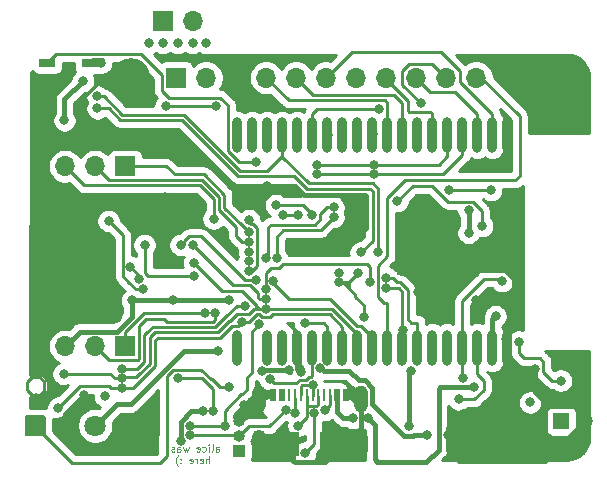
<source format=gbr>
%TF.GenerationSoftware,KiCad,Pcbnew,5.1.9*%
%TF.CreationDate,2021-02-12T16:46:06+00:00*%
%TF.ProjectId,watch2,77617463-6832-42e6-9b69-6361645f7063,rev?*%
%TF.SameCoordinates,Original*%
%TF.FileFunction,Copper,L2,Bot*%
%TF.FilePolarity,Positive*%
%FSLAX46Y46*%
G04 Gerber Fmt 4.6, Leading zero omitted, Abs format (unit mm)*
G04 Created by KiCad (PCBNEW 5.1.9) date 2021-02-12 16:46:06*
%MOMM*%
%LPD*%
G01*
G04 APERTURE LIST*
%TA.AperFunction,NonConductor*%
%ADD10C,0.100000*%
%TD*%
%TA.AperFunction,ComponentPad*%
%ADD11C,0.800000*%
%TD*%
%TA.AperFunction,SMDPad,CuDef*%
%ADD12O,0.900000X3.000000*%
%TD*%
%TA.AperFunction,SMDPad,CuDef*%
%ADD13R,5.000000X5.000000*%
%TD*%
%TA.AperFunction,SMDPad,CuDef*%
%ADD14R,0.520000X1.000000*%
%TD*%
%TA.AperFunction,SMDPad,CuDef*%
%ADD15R,0.270000X1.000000*%
%TD*%
%TA.AperFunction,SMDPad,CuDef*%
%ADD16R,1.000000X2.000000*%
%TD*%
%TA.AperFunction,ComponentPad*%
%ADD17O,1.158000X2.316000*%
%TD*%
%TA.AperFunction,ComponentPad*%
%ADD18O,1.200000X2.400000*%
%TD*%
%TA.AperFunction,ComponentPad*%
%ADD19R,1.700000X1.700000*%
%TD*%
%TA.AperFunction,ComponentPad*%
%ADD20O,1.700000X1.700000*%
%TD*%
%TA.AperFunction,ComponentPad*%
%ADD21C,3.200000*%
%TD*%
%TA.AperFunction,ComponentPad*%
%ADD22R,1.350000X1.350000*%
%TD*%
%TA.AperFunction,ComponentPad*%
%ADD23O,1.350000X1.350000*%
%TD*%
%TA.AperFunction,SMDPad,CuDef*%
%ADD24R,1.400000X0.800000*%
%TD*%
%TA.AperFunction,ComponentPad*%
%ADD25R,1.000000X1.000000*%
%TD*%
%TA.AperFunction,ComponentPad*%
%ADD26O,1.000000X1.000000*%
%TD*%
%TA.AperFunction,ComponentPad*%
%ADD27C,1.800000*%
%TD*%
%TA.AperFunction,ViaPad*%
%ADD28C,0.800000*%
%TD*%
%TA.AperFunction,Conductor*%
%ADD29C,0.381000*%
%TD*%
%TA.AperFunction,Conductor*%
%ADD30C,0.250000*%
%TD*%
%TA.AperFunction,Conductor*%
%ADD31C,0.304800*%
%TD*%
%TA.AperFunction,Conductor*%
%ADD32C,0.254000*%
%TD*%
%TA.AperFunction,Conductor*%
%ADD33C,0.100000*%
%TD*%
G04 APERTURE END LIST*
D10*
X144338428Y-119405428D02*
X144338428Y-119091142D01*
X144367000Y-119034000D01*
X144424142Y-119005428D01*
X144538428Y-119005428D01*
X144595571Y-119034000D01*
X144338428Y-119376857D02*
X144395571Y-119405428D01*
X144538428Y-119405428D01*
X144595571Y-119376857D01*
X144624142Y-119319714D01*
X144624142Y-119262571D01*
X144595571Y-119205428D01*
X144538428Y-119176857D01*
X144395571Y-119176857D01*
X144338428Y-119148285D01*
X143967000Y-119405428D02*
X144024142Y-119376857D01*
X144052714Y-119319714D01*
X144052714Y-118805428D01*
X143738428Y-119405428D02*
X143738428Y-119005428D01*
X143738428Y-118805428D02*
X143767000Y-118834000D01*
X143738428Y-118862571D01*
X143709857Y-118834000D01*
X143738428Y-118805428D01*
X143738428Y-118862571D01*
X143195571Y-119376857D02*
X143252714Y-119405428D01*
X143367000Y-119405428D01*
X143424142Y-119376857D01*
X143452714Y-119348285D01*
X143481285Y-119291142D01*
X143481285Y-119119714D01*
X143452714Y-119062571D01*
X143424142Y-119034000D01*
X143367000Y-119005428D01*
X143252714Y-119005428D01*
X143195571Y-119034000D01*
X142709857Y-119376857D02*
X142767000Y-119405428D01*
X142881285Y-119405428D01*
X142938428Y-119376857D01*
X142967000Y-119319714D01*
X142967000Y-119091142D01*
X142938428Y-119034000D01*
X142881285Y-119005428D01*
X142767000Y-119005428D01*
X142709857Y-119034000D01*
X142681285Y-119091142D01*
X142681285Y-119148285D01*
X142967000Y-119205428D01*
X142024142Y-119005428D02*
X141909857Y-119405428D01*
X141795571Y-119119714D01*
X141681285Y-119405428D01*
X141567000Y-119005428D01*
X141081285Y-119405428D02*
X141081285Y-119091142D01*
X141109857Y-119034000D01*
X141167000Y-119005428D01*
X141281285Y-119005428D01*
X141338428Y-119034000D01*
X141081285Y-119376857D02*
X141138428Y-119405428D01*
X141281285Y-119405428D01*
X141338428Y-119376857D01*
X141367000Y-119319714D01*
X141367000Y-119262571D01*
X141338428Y-119205428D01*
X141281285Y-119176857D01*
X141138428Y-119176857D01*
X141081285Y-119148285D01*
X140824142Y-119376857D02*
X140767000Y-119405428D01*
X140652714Y-119405428D01*
X140595571Y-119376857D01*
X140567000Y-119319714D01*
X140567000Y-119291142D01*
X140595571Y-119234000D01*
X140652714Y-119205428D01*
X140738428Y-119205428D01*
X140795571Y-119176857D01*
X140824142Y-119119714D01*
X140824142Y-119091142D01*
X140795571Y-119034000D01*
X140738428Y-119005428D01*
X140652714Y-119005428D01*
X140595571Y-119034000D01*
X143767000Y-120405428D02*
X143767000Y-119805428D01*
X143509857Y-120405428D02*
X143509857Y-120091142D01*
X143538428Y-120034000D01*
X143595571Y-120005428D01*
X143681285Y-120005428D01*
X143738428Y-120034000D01*
X143767000Y-120062571D01*
X142995571Y-120376857D02*
X143052714Y-120405428D01*
X143167000Y-120405428D01*
X143224142Y-120376857D01*
X143252714Y-120319714D01*
X143252714Y-120091142D01*
X143224142Y-120034000D01*
X143167000Y-120005428D01*
X143052714Y-120005428D01*
X142995571Y-120034000D01*
X142967000Y-120091142D01*
X142967000Y-120148285D01*
X143252714Y-120205428D01*
X142709857Y-120405428D02*
X142709857Y-120005428D01*
X142709857Y-120119714D02*
X142681285Y-120062571D01*
X142652714Y-120034000D01*
X142595571Y-120005428D01*
X142538428Y-120005428D01*
X142109857Y-120376857D02*
X142167000Y-120405428D01*
X142281285Y-120405428D01*
X142338428Y-120376857D01*
X142367000Y-120319714D01*
X142367000Y-120091142D01*
X142338428Y-120034000D01*
X142281285Y-120005428D01*
X142167000Y-120005428D01*
X142109857Y-120034000D01*
X142081285Y-120091142D01*
X142081285Y-120148285D01*
X142367000Y-120205428D01*
X141367000Y-120348285D02*
X141338428Y-120376857D01*
X141367000Y-120405428D01*
X141395571Y-120376857D01*
X141367000Y-120348285D01*
X141367000Y-120405428D01*
X141367000Y-120034000D02*
X141338428Y-120062571D01*
X141367000Y-120091142D01*
X141395571Y-120062571D01*
X141367000Y-120034000D01*
X141367000Y-120091142D01*
X141138428Y-120634000D02*
X141109857Y-120605428D01*
X141052714Y-120519714D01*
X141024142Y-120462571D01*
X140995571Y-120376857D01*
X140967000Y-120234000D01*
X140967000Y-120119714D01*
X140995571Y-119976857D01*
X141024142Y-119891142D01*
X141052714Y-119834000D01*
X141109857Y-119748285D01*
X141138428Y-119719714D01*
D11*
%TO.P,U7,39*%
%TO.N,GND*%
X164106000Y-100000000D03*
X163106000Y-100000000D03*
X162106000Y-100000000D03*
X161106000Y-100000000D03*
X160106000Y-100000000D03*
X164106000Y-102000000D03*
X163106000Y-102000000D03*
X162106000Y-102000000D03*
X161106000Y-102000000D03*
X160106000Y-102000000D03*
X160106000Y-101000000D03*
X161106000Y-101000000D03*
X162106000Y-101000000D03*
X163106000Y-101000000D03*
X164106000Y-101000000D03*
X164106000Y-103000000D03*
X163106000Y-103000000D03*
X162106000Y-103000000D03*
X161106000Y-103000000D03*
X160106000Y-103000000D03*
X160106000Y-104000000D03*
X161106000Y-104000000D03*
X162106000Y-104000000D03*
X163106000Y-104000000D03*
D12*
%TO.P,U7,38*%
X169016000Y-92570000D03*
%TO.P,U7,37*%
%TO.N,TFT_MOSI*%
X167746000Y-92570000D03*
%TO.P,U7,36*%
%TO.N,TFT_DC*%
X166476000Y-92570000D03*
%TO.P,U7,35*%
%TO.N,ESP_TX*%
X165206000Y-92570000D03*
%TO.P,U7,34*%
%TO.N,ESP_RX*%
X163936000Y-92570000D03*
%TO.P,U7,33*%
%TO.N,TFT_RESET*%
X162666000Y-92570000D03*
%TO.P,U7,32*%
%TO.N,Net-(U7-Pad32)*%
X161396000Y-92570000D03*
%TO.P,U7,31*%
%TO.N,TFT_MISO*%
X160126000Y-92570000D03*
%TO.P,U7,30*%
%TO.N,TFT_CLOCK*%
X158856000Y-92570000D03*
%TO.P,U7,29*%
%TO.N,TFT_CS*%
X157586000Y-92570000D03*
%TO.P,U7,28*%
%TO.N,Net-(U7-Pad28)*%
X156316000Y-92570000D03*
%TO.P,U7,27*%
%TO.N,Net-(U7-Pad27)*%
X155046000Y-92570000D03*
%TO.P,U7,26*%
%TO.N,LED_IR*%
X153776000Y-92570000D03*
%TO.P,U7,25*%
%TO.N,ESP_IO0*%
X152506000Y-92570000D03*
%TO.P,U7,24*%
%TO.N,Net-(U7-Pad24)*%
X151206000Y-92600000D03*
%TO.P,U7,23*%
%TO.N,I2C_SCL*%
X149936000Y-92600000D03*
%TO.P,U7,22*%
%TO.N,Net-(U7-Pad22)*%
X148666000Y-92600000D03*
%TO.P,U7,21*%
%TO.N,Net-(U7-Pad21)*%
X147396000Y-92600000D03*
%TO.P,U7,20*%
%TO.N,Net-(U7-Pad20)*%
X146126000Y-92600000D03*
%TO.P,U7,19*%
%TO.N,Net-(U7-Pad19)*%
X146126000Y-110600000D03*
%TO.P,U7,17*%
%TO.N,Net-(U7-Pad17)*%
X148666000Y-110600000D03*
%TO.P,U7,16*%
%TO.N,SD_CS*%
X149936000Y-110600000D03*
%TO.P,U7,15*%
%TO.N,GND*%
X151206000Y-110600000D03*
%TO.P,U7,14*%
%TO.N,IR_RECV*%
X152506000Y-110600000D03*
%TO.P,U7,13*%
%TO.N,LED_TORCH*%
X153776000Y-110600000D03*
%TO.P,U7,12*%
%TO.N,I2S_BLK*%
X155046000Y-110600000D03*
%TO.P,U7,11*%
%TO.N,I2S_LRC*%
X156316000Y-110600000D03*
%TO.P,U7,10*%
%TO.N,I2S_DOUT*%
X157586000Y-110600000D03*
%TO.P,U7,9*%
%TO.N,TFT_BL*%
X158856000Y-110600000D03*
%TO.P,U7,8*%
%TO.N,I2C_SDA*%
X160126000Y-110600000D03*
%TO.P,U7,7*%
%TO.N,I2S_DIN*%
X161396000Y-110600000D03*
%TO.P,U7,6*%
%TO.N,Net-(U7-Pad6)*%
X162666000Y-110600000D03*
%TO.P,U7,5*%
%TO.N,Net-(U7-Pad5)*%
X163936000Y-110600000D03*
%TO.P,U7,4*%
%TO.N,DPAD_ENTER*%
X165206000Y-110600000D03*
%TO.P,U7,3*%
%TO.N,ESP_EN*%
X166476000Y-110600000D03*
%TO.P,U7,2*%
%TO.N,+3V3*%
X167746000Y-110600000D03*
%TO.P,U7,1*%
%TO.N,GND*%
X169016000Y-110600000D03*
D13*
%TO.P,U7,39*%
X162096000Y-102000000D03*
D11*
X164106000Y-104000000D03*
%TD*%
D14*
%TO.P,J1,1*%
%TO.N,GND*%
X155373000Y-114597000D03*
%TO.P,J1,12*%
X149173000Y-114597000D03*
%TO.P,J1,2*%
%TO.N,+5V*%
X154623000Y-114597000D03*
%TO.P,J1,11*%
X149923000Y-114597000D03*
D15*
%TO.P,J1,3 (CC1)*%
%TO.N,Net-(J1-PadA5)*%
X154023000Y-114597000D03*
%TO.P,J1,10*%
%TO.N,N/C*%
X150523000Y-114597000D03*
%TO.P,J1,4*%
X153523000Y-114597000D03*
%TO.P,J1,5*%
%TO.N,USB_D-*%
X153023000Y-114597000D03*
%TO.P,J1,6*%
%TO.N,USB_D+*%
X152523000Y-114597000D03*
%TO.P,J1,7*%
%TO.N,USB_D-*%
X152023000Y-114597000D03*
%TO.P,J1,8*%
%TO.N,USB_D+*%
X151523000Y-114597000D03*
%TO.P,J1,9 (CC2)*%
%TO.N,Net-(J1-PadB5)*%
X151023000Y-114597000D03*
D16*
%TO.P,J1,S1*%
%TO.N,GND*%
X153673000Y-118797000D03*
%TO.P,J1,S2*%
X150873000Y-118797000D03*
D17*
%TO.P,J1,S3*%
X156593000Y-114972000D03*
%TO.P,J1,S4*%
X147953000Y-114972000D03*
D18*
%TO.P,J1,S5*%
X156593000Y-118797000D03*
%TO.P,J1,S6*%
X147953000Y-118797000D03*
%TD*%
D19*
%TO.P,J4,1*%
%TO.N,DPAD_RIGHT*%
X136652000Y-95250000D03*
D20*
%TO.P,J4,2*%
%TO.N,DPAD_UP*%
X134112000Y-95250000D03*
%TO.P,J4,3*%
%TO.N,DPAD_LEFT*%
X131572000Y-95250000D03*
%TD*%
D21*
%TO.P,U$7,P$1*%
%TO.N,GND*%
X137134600Y-118198900D03*
%TD*%
%TO.P,U$8,P$1*%
%TO.N,GND*%
X170154600Y-118198900D03*
%TD*%
%TO.P,U$9,P$1*%
%TO.N,GND*%
X137134600Y-87718900D03*
%TD*%
%TO.P,U$10,P$1*%
%TO.N,GND*%
X170154600Y-87718900D03*
%TD*%
D22*
%TO.P,BT1,1*%
%TO.N,+5V*%
X173577500Y-116840000D03*
D23*
%TO.P,BT1,2*%
%TO.N,GND*%
X175577500Y-116840000D03*
%TD*%
D24*
%TO.P,D5,1*%
%TO.N,Net-(D5-Pad1)*%
X130048000Y-86487000D03*
%TO.P,D5,2*%
%TO.N,Net-(D5-Pad2)*%
X133648000Y-86487000D03*
%TD*%
D25*
%TO.P,J3,1*%
%TO.N,ESP_RX*%
X146304000Y-119380000D03*
D26*
%TO.P,J3,2*%
%TO.N,ESP_TX*%
X146304000Y-118110000D03*
%TO.P,J3,3*%
%TO.N,GND*%
X146304000Y-116840000D03*
%TD*%
D20*
%TO.P,J5,3*%
%TO.N,+3V3*%
X131572000Y-110490000D03*
%TO.P,J5,2*%
%TO.N,DPAD_DOWN*%
X134112000Y-110490000D03*
D19*
%TO.P,J5,1*%
%TO.N,DPAD_ENTER*%
X136652000Y-110490000D03*
%TD*%
%TO.P,J6,1*%
%TO.N,+3V3*%
X140970000Y-87757000D03*
D20*
%TO.P,J6,2*%
%TO.N,Net-(J6-Pad2)*%
X143510000Y-87757000D03*
%TO.P,J6,3*%
%TO.N,GND*%
X146050000Y-87757000D03*
%TO.P,J6,4*%
%TO.N,TFT_CLOCK*%
X148590000Y-87757000D03*
%TO.P,J6,5*%
%TO.N,TFT_MISO*%
X151130000Y-87757000D03*
%TO.P,J6,6*%
%TO.N,TFT_MOSI*%
X153670000Y-87757000D03*
%TO.P,J6,7*%
%TO.N,TFT_CS*%
X156210000Y-87757000D03*
%TO.P,J6,8*%
%TO.N,TFT_RESET*%
X158750000Y-87757000D03*
%TO.P,J6,9*%
%TO.N,TFT_DC*%
X161290000Y-87757000D03*
%TO.P,J6,10*%
%TO.N,SD_CS*%
X163830000Y-87757000D03*
%TO.P,J6,11*%
%TO.N,TFT_BL*%
X166370000Y-87757000D03*
%TD*%
%TO.P,J8,2*%
%TO.N,Net-(J7-Pad1)*%
X142430500Y-82994500D03*
D19*
%TO.P,J8,1*%
%TO.N,+3V3*%
X139890500Y-82994500D03*
%TD*%
%TO.P,U9,1*%
%TO.N,IR_RECV*%
%TA.AperFunction,ComponentPad*%
G36*
G01*
X128132000Y-117870800D02*
X128132000Y-116571200D01*
G75*
G02*
X128382200Y-116321000I250200J0D01*
G01*
X129681800Y-116321000D01*
G75*
G02*
X129932000Y-116571200I0J-250200D01*
G01*
X129932000Y-117870800D01*
G75*
G02*
X129681800Y-118121000I-250200J0D01*
G01*
X128382200Y-118121000D01*
G75*
G02*
X128132000Y-117870800I0J250200D01*
G01*
G37*
%TD.AperFunction*%
D27*
%TO.P,U9,2*%
%TO.N,GND*%
X131572000Y-117221000D03*
%TO.P,U9,3*%
%TO.N,+3V3*%
X134112000Y-117221000D03*
%TD*%
D28*
%TO.N,*%
X138684000Y-84836000D03*
X143510000Y-84836000D03*
X139827000Y-84836000D03*
X142367000Y-84836000D03*
X141097000Y-84836000D03*
%TO.N,GND*%
X162179000Y-98044000D03*
X161480500Y-105918000D03*
X151511000Y-112712500D03*
X129095500Y-112776000D03*
X133159500Y-114617500D03*
X129159000Y-106045000D03*
X129095500Y-109791500D03*
X131508500Y-108204000D03*
X131445000Y-97917000D03*
X135636000Y-97917000D03*
X140017500Y-97853500D03*
X169545000Y-106235500D03*
X168910000Y-109855000D03*
X168973500Y-111252000D03*
X171323000Y-112458500D03*
X165227000Y-116205000D03*
X146685000Y-115443000D03*
X155050500Y-119697500D03*
X164020500Y-117983000D03*
X166370000Y-106554500D03*
X135953500Y-108140500D03*
X129095500Y-114855503D03*
X148653500Y-96901000D03*
X154622500Y-100967500D03*
X169100500Y-92583000D03*
X132909250Y-92396250D03*
%TO.N,+3V3*%
X150495000Y-112522000D03*
X148272500Y-112585500D03*
X153162000Y-112331500D03*
X162179000Y-117983000D03*
X131508500Y-91376500D03*
X141351000Y-118491000D03*
X143256000Y-116014500D03*
X145415000Y-106616500D03*
X140716000Y-106616500D03*
X165735000Y-98996500D03*
X168021000Y-107950000D03*
X165735000Y-100901500D03*
X137223500Y-106616500D03*
X133096000Y-88011000D03*
X144482500Y-110871000D03*
%TO.N,+5V*%
X160845500Y-112585500D03*
X160655000Y-117284500D03*
X170942000Y-115252500D03*
X157226000Y-116586000D03*
X155956000Y-116586000D03*
X166177000Y-113962000D03*
%TO.N,Net-(D5-Pad1)*%
X147703500Y-94901000D03*
%TO.N,Net-(D5-Pad2)*%
X134620000Y-86487000D03*
%TO.N,I2C_SCL*%
X158051500Y-102552500D03*
X134302500Y-89344500D03*
X156400500Y-104267000D03*
X154749500Y-105092500D03*
X156845000Y-108013500D03*
%TO.N,I2C_SDA*%
X156591000Y-102552500D03*
X134302500Y-90360500D03*
X154749500Y-104267000D03*
X158750000Y-105600500D03*
X160147000Y-109156500D03*
%TO.N,ESP_RX*%
X148590000Y-102997000D03*
X154305000Y-98742500D03*
X152908000Y-95123000D03*
X145097500Y-117221000D03*
X142176500Y-117221000D03*
X157734000Y-95123000D03*
X148018500Y-108648500D03*
%TO.N,ESP_TX*%
X150241000Y-115887500D03*
X149479000Y-102997000D03*
X154305000Y-99568000D03*
X142176500Y-118046500D03*
X152908000Y-95948500D03*
X157734000Y-95948500D03*
%TO.N,DPAD_RIGHT*%
X147129500Y-100838000D03*
%TO.N,DPAD_UP*%
X147129500Y-101663500D03*
%TO.N,DPAD_LEFT*%
X144145000Y-99695000D03*
X147129500Y-99822000D03*
X147129500Y-104140000D03*
%TO.N,DPAD_DOWN*%
X147129500Y-103314500D03*
X144272000Y-107696000D03*
%TO.N,DPAD_ENTER*%
X143446500Y-107696000D03*
X147129500Y-102489000D03*
X165227000Y-113220500D03*
X168577599Y-104989035D03*
X166878000Y-100330000D03*
X159702500Y-98206000D03*
X152463500Y-99377500D03*
X149444000Y-98537766D03*
%TO.N,TFT_CS*%
X157607000Y-92519500D03*
%TO.N,SD_CS*%
X161671000Y-89916000D03*
X149987000Y-99377500D03*
X151320500Y-99377500D03*
X149923500Y-109728000D03*
%TO.N,Net-(J7-Pad1)*%
X144335500Y-90170000D03*
X140081000Y-90170000D03*
%TO.N,Net-(LS1-Pad1)*%
X138176000Y-105664000D03*
X135255000Y-99885500D03*
%TO.N,Net-(LS1-Pad2)*%
X137096500Y-103759000D03*
X137795000Y-104838500D03*
%TO.N,Net-(MK1-Pad2)*%
X134937500Y-114681000D03*
%TO.N,I2S_LRC*%
X142494000Y-103441500D03*
X148590000Y-107315000D03*
X131445000Y-112839500D03*
X136398000Y-113220500D03*
%TO.N,I2S_BLK*%
X142367000Y-101917500D03*
X148590000Y-106489500D03*
X136398000Y-114046000D03*
X131000500Y-115697000D03*
X146558000Y-108458000D03*
%TO.N,LED_TORCH*%
X151892000Y-108521500D03*
%TO.N,ESP_IO0*%
X164084000Y-97282000D03*
X167640000Y-97282000D03*
X158115000Y-90424000D03*
%TO.N,USB_D-*%
X151320500Y-117221000D03*
%TO.N,USB_D+*%
X152654000Y-116141500D03*
X151892000Y-119507000D03*
X152527000Y-113792000D03*
%TO.N,ESP_EN*%
X164909500Y-114998500D03*
%TO.N,Net-(J1-PadA5)*%
X153606500Y-115887500D03*
%TO.N,Net-(J1-PadB5)*%
X151066500Y-116141500D03*
%TO.N,Net-(R18-Pad2)*%
X144081500Y-116014500D03*
X141097000Y-113220500D03*
%TO.N,Net-(R24-Pad2)*%
X142494000Y-104584500D03*
X138303000Y-101917500D03*
%TO.N,I2S_DIN*%
X157353000Y-105092500D03*
X146812000Y-107061000D03*
X148590000Y-105664000D03*
X136398000Y-112395000D03*
X158750000Y-104711500D03*
%TO.N,LED_IR*%
X153797000Y-92583000D03*
%TO.N,Net-(U4-Pad4)*%
X169989500Y-110109000D03*
X173545500Y-113411000D03*
%TO.N,IR_RECV*%
X148907500Y-113284000D03*
X145478500Y-113982500D03*
%TO.N,I2S_DOUT*%
X149161500Y-104965500D03*
X141351000Y-101917500D03*
X147701000Y-104902000D03*
%TD*%
D29*
%TO.N,GND*%
X150873000Y-118924000D02*
X147953000Y-118924000D01*
X156593000Y-118924000D02*
X156593000Y-115099000D01*
D30*
X156218000Y-114724000D02*
X156593000Y-115099000D01*
D29*
X155373000Y-114724000D02*
X156218000Y-114724000D01*
D30*
X148328000Y-114724000D02*
X147953000Y-115099000D01*
X149173000Y-114724000D02*
X148328000Y-114724000D01*
X147926500Y-115125500D02*
X147953000Y-115099000D01*
D29*
X150873000Y-120178000D02*
X151000652Y-120305653D01*
X150873000Y-118797000D02*
X150873000Y-120178000D01*
X153673000Y-120178000D02*
X153673000Y-118797000D01*
X153553499Y-120297501D02*
X153673000Y-120178000D01*
X151008804Y-120297501D02*
X153553499Y-120297501D01*
X151000652Y-120305653D02*
X151008804Y-120297501D01*
X154150000Y-118797000D02*
X155050500Y-119697500D01*
X153673000Y-118797000D02*
X154150000Y-118797000D01*
X155692500Y-119697500D02*
X156593000Y-118797000D01*
X155050500Y-119697500D02*
X155692500Y-119697500D01*
X164020500Y-117411500D02*
X165227000Y-116205000D01*
X164020500Y-117983000D02*
X164020500Y-117411500D01*
X171323000Y-112458500D02*
X171323000Y-114363500D01*
X171323000Y-114363500D02*
X172529500Y-115570000D01*
X172529500Y-115570000D02*
X174625000Y-115570000D01*
X175577500Y-116522500D02*
X175577500Y-116840000D01*
X174625000Y-115570000D02*
X175577500Y-116522500D01*
X169016000Y-110600000D02*
X169016000Y-111739000D01*
X169735500Y-112458500D02*
X171323000Y-112458500D01*
X169016000Y-111739000D02*
X169735500Y-112458500D01*
X175577500Y-116840000D02*
X172228099Y-120189401D01*
X164020500Y-119316500D02*
X164020500Y-117983000D01*
X164893401Y-120189401D02*
X164020500Y-119316500D01*
D30*
X169016000Y-110600000D02*
X169016000Y-109304500D01*
D29*
X169016000Y-110600000D02*
X169016000Y-109241000D01*
X169545000Y-108712000D02*
X169545000Y-106235500D01*
X169016000Y-109241000D02*
X169545000Y-108712000D01*
X166370000Y-106554500D02*
X166940000Y-106554500D01*
X167259000Y-106235500D02*
X169545000Y-106235500D01*
X166940000Y-106554500D02*
X167259000Y-106235500D01*
X169545000Y-106235500D02*
X169545000Y-104838500D01*
X169545000Y-104838500D02*
X168783000Y-104076500D01*
X164182500Y-104076500D02*
X164106000Y-104000000D01*
X168783000Y-104076500D02*
X164182500Y-104076500D01*
X131445000Y-97917000D02*
X135636000Y-97917000D01*
X139954000Y-97917000D02*
X140017500Y-97853500D01*
X135636000Y-97917000D02*
X139954000Y-97917000D01*
X131572000Y-108140500D02*
X131508500Y-108204000D01*
X135953500Y-108140500D02*
X131572000Y-108140500D01*
X129095500Y-109791500D02*
X129095500Y-108585000D01*
X129476500Y-108204000D02*
X131508500Y-108204000D01*
X129095500Y-108585000D02*
X129476500Y-108204000D01*
X129095500Y-106108500D02*
X129159000Y-106045000D01*
X129095500Y-109791500D02*
X129095500Y-106108500D01*
X131572000Y-116205000D02*
X133159500Y-114617500D01*
X131572000Y-117221000D02*
X131572000Y-116205000D01*
D30*
X128995001Y-114580501D02*
X128747499Y-114580501D01*
X128747499Y-114580501D02*
X128370499Y-114203501D01*
X129095500Y-114681000D02*
X128995001Y-114580501D01*
X129443501Y-113130499D02*
X129794000Y-113480998D01*
X129095500Y-114855503D02*
X129095500Y-114681000D01*
X128370499Y-114203501D02*
X128370499Y-113507499D01*
X128370499Y-113507499D02*
X128747499Y-113130499D01*
X129820501Y-114203501D02*
X129820501Y-113507499D01*
X129443501Y-114580501D02*
X129820501Y-114203501D01*
X129195999Y-114580501D02*
X129443501Y-114580501D01*
X129095500Y-114681000D02*
X129195999Y-114580501D01*
X169016000Y-109961000D02*
X168910000Y-109855000D01*
X169016000Y-110600000D02*
X169016000Y-109961000D01*
D29*
X151034550Y-96901000D02*
X148653500Y-96901000D01*
X156985020Y-97676020D02*
X151809569Y-97676020D01*
X151809569Y-97676020D02*
X151034550Y-96901000D01*
X157085980Y-97776980D02*
X156985020Y-97676020D01*
X157085980Y-100520500D02*
X157085980Y-97776980D01*
X156638980Y-100967500D02*
X157085980Y-100520500D01*
X154622500Y-100967500D02*
X156638980Y-100967500D01*
D30*
X146304000Y-115824000D02*
X146685000Y-115443000D01*
X146304000Y-116840000D02*
X146304000Y-115824000D01*
X147156000Y-114972000D02*
X146685000Y-115443000D01*
X147953000Y-114972000D02*
X147156000Y-114972000D01*
D29*
X151206000Y-112407500D02*
X151511000Y-112712500D01*
X151206000Y-110600000D02*
X151206000Y-112407500D01*
D30*
X161480500Y-104374500D02*
X161106000Y-104000000D01*
X161480500Y-105918000D02*
X161480500Y-104374500D01*
X129095500Y-113093500D02*
X129132499Y-113130499D01*
X129132499Y-113130499D02*
X129443501Y-113130499D01*
X129095500Y-112204500D02*
X129095500Y-113093500D01*
X128747499Y-113130499D02*
X129132499Y-113130499D01*
X129095500Y-112776000D02*
X129095500Y-112204500D01*
X129095500Y-112204500D02*
X129095500Y-109791500D01*
X170481401Y-118525701D02*
X170154600Y-118198900D01*
X170481401Y-120189401D02*
X170481401Y-118525701D01*
D29*
X172228099Y-120189401D02*
X170481401Y-120189401D01*
X170481401Y-120189401D02*
X164893401Y-120189401D01*
D30*
X134855098Y-87718900D02*
X137134600Y-87718900D01*
X132909250Y-89664748D02*
X134855098Y-87718900D01*
X132909250Y-92396250D02*
X132909250Y-89664748D01*
X162179000Y-99927000D02*
X162106000Y-100000000D01*
X162179000Y-98044000D02*
X162179000Y-99927000D01*
D29*
%TO.N,+3V3*%
X167746000Y-108225000D02*
X168021000Y-107950000D01*
X167746000Y-110600000D02*
X167746000Y-108225000D01*
X165735000Y-100901500D02*
X165735000Y-98996500D01*
X137223500Y-106616500D02*
X140716000Y-106616500D01*
X140716000Y-106616500D02*
X145415000Y-106616500D01*
X132812501Y-109249499D02*
X131572000Y-110490000D01*
X137223500Y-108013500D02*
X135987501Y-109249499D01*
X135987501Y-109249499D02*
X132812501Y-109249499D01*
X137223500Y-106616500D02*
X137223500Y-108013500D01*
X142213058Y-116014500D02*
X143256000Y-116014500D01*
X141351000Y-116876558D02*
X142213058Y-116014500D01*
X141351000Y-118491000D02*
X141351000Y-116876558D01*
X131508500Y-89598500D02*
X133096000Y-88011000D01*
X131508500Y-91376500D02*
X131508500Y-89598500D01*
X141637960Y-110871000D02*
X137129460Y-115379500D01*
X144482500Y-110871000D02*
X141637960Y-110871000D01*
X135953500Y-115379500D02*
X134112000Y-117221000D01*
X137129460Y-115379500D02*
X135953500Y-115379500D01*
X156931594Y-113360500D02*
X156413500Y-113360500D01*
X157562510Y-113991416D02*
X156931594Y-113360500D01*
X157562510Y-115361952D02*
X157562510Y-113991416D01*
X161034441Y-118075001D02*
X160275559Y-118075001D01*
X161126442Y-117983000D02*
X161034441Y-118075001D01*
X160275559Y-118075001D02*
X157562510Y-115361952D01*
X162179000Y-117983000D02*
X161126442Y-117983000D01*
X156413500Y-113360500D02*
X155638500Y-112585500D01*
D30*
X153416000Y-112585500D02*
X153924000Y-112585500D01*
X153162000Y-112331500D02*
X153416000Y-112585500D01*
D29*
X153924000Y-112585500D02*
X153479500Y-112585500D01*
X155638500Y-112585500D02*
X153924000Y-112585500D01*
X150466499Y-112493499D02*
X150622000Y-112649000D01*
X148528059Y-112493499D02*
X150466499Y-112493499D01*
X148436058Y-112585500D02*
X148528059Y-112493499D01*
X148272500Y-112585500D02*
X148436058Y-112585500D01*
%TO.N,+5V*%
X154623000Y-115334902D02*
X154559000Y-115398902D01*
X154623000Y-114597000D02*
X154623000Y-115334902D01*
X155117858Y-116586000D02*
X156019500Y-116586000D01*
X154559000Y-116027142D02*
X155117858Y-116586000D01*
X154559000Y-115398902D02*
X154559000Y-116027142D01*
X157226000Y-116586000D02*
X157797500Y-117157500D01*
X157797500Y-120078500D02*
X158018192Y-120299193D01*
X157797500Y-117157500D02*
X157797500Y-120078500D01*
X163195000Y-119253000D02*
X162152614Y-120295386D01*
X163195000Y-116586000D02*
X163195000Y-119253000D01*
X158018192Y-120299193D02*
X162152614Y-120295386D01*
X166177000Y-113962000D02*
X163342500Y-113962000D01*
X163195000Y-114109500D02*
X163195000Y-116586000D01*
X163342500Y-113962000D02*
X163195000Y-114109500D01*
X160655000Y-112776000D02*
X160845500Y-112585500D01*
X160655000Y-117284500D02*
X160655000Y-112776000D01*
D30*
%TO.N,Net-(D5-Pad1)*%
X133736591Y-85761999D02*
X130773001Y-85761999D01*
X139794999Y-87534499D02*
X137979990Y-85719490D01*
X130773001Y-85761999D02*
X130048000Y-86487000D01*
X137979990Y-85719490D02*
X133779100Y-85719490D01*
X140372997Y-89444999D02*
X139794999Y-88867001D01*
X139794999Y-88867001D02*
X139794999Y-87534499D01*
X144688979Y-89444999D02*
X140372997Y-89444999D01*
X145350990Y-90107010D02*
X144688979Y-89444999D01*
X146280971Y-94901000D02*
X145350990Y-93971019D01*
X133779100Y-85719490D02*
X133736591Y-85761999D01*
X145350990Y-93971019D02*
X145350990Y-90107010D01*
X147703500Y-94901000D02*
X146280971Y-94901000D01*
%TO.N,Net-(D5-Pad2)*%
X133965500Y-86169500D02*
X133648000Y-86487000D01*
X134747000Y-86169500D02*
X133965500Y-86169500D01*
%TO.N,I2C_SCL*%
X156845000Y-108013500D02*
X156845000Y-106997500D01*
X156845000Y-106997500D02*
X156146500Y-106299000D01*
X156146500Y-106299000D02*
X156146500Y-106172000D01*
X155067000Y-105092500D02*
X154749500Y-105092500D01*
X155575000Y-105092500D02*
X156400500Y-104267000D01*
X154749500Y-105092500D02*
X155575000Y-105092500D01*
X155575000Y-105092500D02*
X155321000Y-105346500D01*
X155321000Y-105346500D02*
X155067000Y-105092500D01*
X155575000Y-105410000D02*
X155479750Y-105505250D01*
X155575000Y-105092500D02*
X155575000Y-105410000D01*
X155479750Y-105505250D02*
X155321000Y-105346500D01*
X155575000Y-105410000D02*
X155575000Y-105600500D01*
X155575000Y-105600500D02*
X155479750Y-105505250D01*
X156146500Y-106172000D02*
X155575000Y-105600500D01*
X146369562Y-95626001D02*
X148659999Y-95626001D01*
X149936000Y-94350000D02*
X149936000Y-92600000D01*
X141638562Y-90895001D02*
X146369562Y-95626001D01*
X136418686Y-90895001D02*
X141638562Y-90895001D01*
X148659999Y-95626001D02*
X149936000Y-94350000D01*
X134868185Y-89344500D02*
X136418686Y-90895001D01*
X134302500Y-89344500D02*
X134868185Y-89344500D01*
X149936000Y-94437000D02*
X149936000Y-92600000D01*
X152209500Y-96710500D02*
X149936000Y-94437000D01*
X158051499Y-97153589D02*
X157608411Y-96710501D01*
X158051500Y-97536000D02*
X158051499Y-97153589D01*
X158051500Y-97536000D02*
X158051500Y-102552500D01*
X157607000Y-96710500D02*
X156273500Y-96710500D01*
X152209500Y-96710500D02*
X157607000Y-96710500D01*
%TO.N,I2C_SDA*%
X160126000Y-107357500D02*
X160126000Y-107421000D01*
X160126000Y-110600000D02*
X160126000Y-107421000D01*
X160126000Y-107421000D02*
X160126000Y-105897000D01*
X159829500Y-105600500D02*
X158750000Y-105600500D01*
X160126000Y-105897000D02*
X159829500Y-105600500D01*
X141452162Y-91345011D02*
X136232286Y-91345011D01*
X135247775Y-90360500D02*
X134302500Y-90360500D01*
X146183162Y-96076011D02*
X141452162Y-91345011D01*
X152023100Y-97160510D02*
X150938601Y-96076011D01*
X157422010Y-97160510D02*
X152023100Y-97160510D01*
X157601490Y-97339990D02*
X157422010Y-97160510D01*
X157601490Y-101542010D02*
X157601490Y-97339990D01*
X136232286Y-91345011D02*
X135247775Y-90360500D01*
X150938601Y-96076011D02*
X146183162Y-96076011D01*
X156591000Y-102552500D02*
X157601490Y-101542010D01*
%TO.N,ESP_RX*%
X142176500Y-117221000D02*
X145097500Y-117221000D01*
X153188501Y-99725501D02*
X152711002Y-100203000D01*
X153188501Y-99293314D02*
X153188501Y-99725501D01*
X153739315Y-98742500D02*
X153188501Y-99293314D01*
X154305000Y-98742500D02*
X153739315Y-98742500D01*
X152711002Y-100203000D02*
X148971000Y-100203000D01*
X148753999Y-102833001D02*
X148590000Y-102997000D01*
X148753999Y-100420001D02*
X148753999Y-102833001D01*
X148971000Y-100203000D02*
X148753999Y-100420001D01*
X145097500Y-115957498D02*
X146494500Y-114560498D01*
X145097500Y-117221000D02*
X145097500Y-115957498D01*
X146494500Y-114560498D02*
X146551502Y-114560498D01*
X146551502Y-114560498D02*
X146939000Y-114173000D01*
X146939000Y-114173000D02*
X146939000Y-113157000D01*
X146939000Y-113157000D02*
X147383500Y-112712500D01*
X147383500Y-109283500D02*
X148018500Y-108648500D01*
X147383500Y-112712500D02*
X147383500Y-109283500D01*
X163195000Y-95123000D02*
X157734000Y-95123000D01*
X163936000Y-94382000D02*
X163195000Y-95123000D01*
X163936000Y-92570000D02*
X163936000Y-94382000D01*
X152908000Y-95123000D02*
X157734000Y-95123000D01*
%TO.N,ESP_TX*%
X146240500Y-118046500D02*
X146304000Y-118110000D01*
X142176500Y-118046500D02*
X146240500Y-118046500D01*
D29*
X152908000Y-95948500D02*
X152908000Y-95948500D01*
D30*
X154305000Y-99568000D02*
X153219990Y-100653010D01*
X153219990Y-100653010D02*
X150044990Y-100653010D01*
X149479000Y-101219000D02*
X149479000Y-102997000D01*
X150044990Y-100653010D02*
X149479000Y-101219000D01*
X147142010Y-117271990D02*
X148856510Y-117271990D01*
X148856510Y-117271990D02*
X150241000Y-115887500D01*
X146304000Y-118110000D02*
X147142010Y-117271990D01*
X163577500Y-95948500D02*
X157734000Y-95948500D01*
X165206000Y-94320000D02*
X163577500Y-95948500D01*
X165206000Y-92570000D02*
X165206000Y-94320000D01*
X157734000Y-95948500D02*
X152908000Y-95948500D01*
%TO.N,DPAD_RIGHT*%
X140150998Y-95250000D02*
X136652000Y-95250000D01*
X140849498Y-95948500D02*
X140150998Y-95250000D01*
X145042200Y-98749290D02*
X145042200Y-97671200D01*
X146504109Y-100211199D02*
X145042200Y-98749290D01*
X145042200Y-97671200D02*
X143319500Y-95948500D01*
X146504110Y-100212610D02*
X146504109Y-100211199D01*
X143319500Y-95948500D02*
X140849498Y-95948500D01*
X147129500Y-100838000D02*
X146504110Y-100212610D01*
%TO.N,DPAD_UP*%
X134112000Y-95250000D02*
X135287001Y-96425001D01*
X135287001Y-96425001D02*
X140367001Y-96425001D01*
X140367001Y-96425001D02*
X140684501Y-96425001D01*
X146054100Y-101153785D02*
X146563815Y-101663500D01*
X143159591Y-96425001D02*
X144085600Y-97351010D01*
X146563815Y-101663500D02*
X147129500Y-101663500D01*
X140367001Y-96425001D02*
X143159591Y-96425001D01*
X144592190Y-97857600D02*
X144085600Y-97351010D01*
X144592190Y-98935690D02*
X144592190Y-97857600D01*
X146054100Y-100397600D02*
X144592190Y-98935690D01*
X146054100Y-101153785D02*
X146054100Y-100397600D01*
%TO.N,DPAD_LEFT*%
X147377002Y-104140000D02*
X147854501Y-103662501D01*
X147129500Y-104140000D02*
X147377002Y-104140000D01*
X144142180Y-99565180D02*
X144145000Y-99568000D01*
X142973191Y-96875011D02*
X144142180Y-98044000D01*
X133197011Y-96875011D02*
X142973191Y-96875011D01*
X144142180Y-98044000D02*
X144142180Y-99565180D01*
X131572000Y-95250000D02*
X133197011Y-96875011D01*
X147854501Y-100489999D02*
X147854501Y-101192499D01*
X147477501Y-100112999D02*
X147854501Y-100489999D01*
X147293499Y-100112999D02*
X147477501Y-100112999D01*
X147129500Y-99949000D02*
X147293499Y-100112999D01*
X147129500Y-99822000D02*
X147129500Y-99949000D01*
X147854501Y-103662501D02*
X147854501Y-101192499D01*
%TO.N,DPAD_DOWN*%
X137762001Y-111665001D02*
X137827001Y-111600001D01*
X135287001Y-111665001D02*
X137762001Y-111665001D01*
X134112000Y-110490000D02*
X135287001Y-111665001D01*
X140234501Y-108421001D02*
X139959510Y-108146010D01*
X144112684Y-108421001D02*
X140234501Y-108421001D01*
X144272000Y-108261685D02*
X144112684Y-108421001D01*
X144272000Y-107696000D02*
X144272000Y-108261685D01*
X137827001Y-108775449D02*
X137827001Y-109441999D01*
X138456440Y-108146010D02*
X137827001Y-108775449D01*
X139959510Y-108146010D02*
X138456440Y-108146010D01*
X137827001Y-109441999D02*
X137827001Y-109378397D01*
X137827001Y-111600001D02*
X137827001Y-109441999D01*
%TO.N,DPAD_ENTER*%
X165206000Y-113199500D02*
X165227000Y-113220500D01*
X165206000Y-110600000D02*
X165206000Y-113199500D01*
X136652000Y-109314040D02*
X136652000Y-110490000D01*
X137952540Y-108013500D02*
X136652000Y-109314040D01*
X138270040Y-107696000D02*
X137952540Y-108013500D01*
X143446500Y-107696000D02*
X138270040Y-107696000D01*
X165206000Y-106645498D02*
X167076498Y-104775000D01*
X165206000Y-110600000D02*
X165206000Y-106645498D01*
X168363564Y-104775000D02*
X168577599Y-104989035D01*
X167076498Y-104775000D02*
X168363564Y-104775000D01*
X151687266Y-98537766D02*
X149444000Y-98537766D01*
X152527000Y-99377500D02*
X151687266Y-98537766D01*
X166083001Y-98271499D02*
X166878000Y-99066498D01*
X164000497Y-98271499D02*
X166083001Y-98271499D01*
X162635508Y-96906510D02*
X164000497Y-98271499D01*
X166878000Y-99066498D02*
X166878000Y-100330000D01*
X161001990Y-96906510D02*
X162635508Y-96906510D01*
X159702500Y-98206000D02*
X161001990Y-96906510D01*
D31*
%TO.N,TFT_CLOCK*%
X149072600Y-88226900D02*
X148564600Y-87718900D01*
D30*
X158856000Y-92570000D02*
X158856000Y-89900510D01*
X150500510Y-89667510D02*
X148590000Y-87757000D01*
X158623000Y-89667510D02*
X150500510Y-89667510D01*
X158856000Y-89900510D02*
X158623000Y-89667510D01*
%TO.N,TFT_MISO*%
X160126000Y-92570000D02*
X160126000Y-89895000D01*
X160126000Y-89895000D02*
X159448500Y-89217500D01*
X152590500Y-89217500D02*
X151130000Y-87757000D01*
X159448500Y-89217500D02*
X152590500Y-89217500D01*
%TO.N,TFT_MOSI*%
X165005001Y-87192999D02*
X163362012Y-85550010D01*
X165005001Y-88079001D02*
X165005001Y-87192999D01*
X167746000Y-90820000D02*
X165005001Y-88079001D01*
X167746000Y-92570000D02*
X167746000Y-90820000D01*
X155876990Y-85550010D02*
X153670000Y-87757000D01*
X163362012Y-85550010D02*
X155876990Y-85550010D01*
%TO.N,TFT_RESET*%
X162666000Y-90820000D02*
X162524000Y-90678000D01*
X162666000Y-92570000D02*
X162666000Y-90820000D01*
X160576010Y-90599010D02*
X160576009Y-89708599D01*
X160655000Y-90678000D02*
X160576010Y-90599010D01*
X162524000Y-90678000D02*
X160655000Y-90678000D01*
X158750000Y-87882590D02*
X158750000Y-87757000D01*
X160576009Y-89708599D02*
X158750000Y-87882590D01*
D32*
%TO.N,TFT_DC*%
X161264600Y-87718900D02*
X160883600Y-87718900D01*
D30*
X162465001Y-88932001D02*
X161290000Y-87757000D01*
X164588001Y-88932001D02*
X162465001Y-88932001D01*
X166476000Y-90820000D02*
X164588001Y-88932001D01*
X166476000Y-92570000D02*
X166476000Y-90820000D01*
D32*
%TO.N,SD_CS*%
X163677600Y-87845900D02*
X163804600Y-87718900D01*
D30*
X149987000Y-99377500D02*
X151320500Y-99377500D01*
X160725999Y-86581999D02*
X162654999Y-86581999D01*
X160114999Y-87192999D02*
X160725999Y-86581999D01*
X160114999Y-88359999D02*
X160114999Y-87192999D01*
X162654999Y-86581999D02*
X163830000Y-87757000D01*
X161671000Y-89916000D02*
X160114999Y-88359999D01*
D31*
%TO.N,TFT_BL*%
X166344600Y-87718900D02*
X166598597Y-87718900D01*
X166598597Y-87718900D02*
X166598600Y-87718904D01*
D30*
X170053000Y-90995500D02*
X166814500Y-87757000D01*
X170053000Y-96075500D02*
X170053000Y-90995500D01*
X169672000Y-96456500D02*
X170053000Y-96075500D01*
X166814500Y-87757000D02*
X166370000Y-87757000D01*
X158856000Y-97938000D02*
X160337500Y-96456500D01*
X160337500Y-96456500D02*
X169672000Y-96456500D01*
X158856000Y-102891000D02*
X158856000Y-97938000D01*
X158051500Y-103695500D02*
X158856000Y-102891000D01*
X158538500Y-106849500D02*
X158051500Y-106362500D01*
X158051500Y-106362500D02*
X158051500Y-103695500D01*
X158856000Y-106849500D02*
X158538500Y-106849500D01*
X158856000Y-110600000D02*
X158856000Y-106849500D01*
%TO.N,Net-(J7-Pad1)*%
X140081000Y-90170000D02*
X142938500Y-90170000D01*
X142938500Y-90170000D02*
X144335500Y-90170000D01*
%TO.N,Net-(LS1-Pad1)*%
X135255000Y-99885500D02*
X135255000Y-99885500D01*
X137547498Y-105664000D02*
X136906000Y-105022502D01*
X138176000Y-105664000D02*
X137547498Y-105664000D01*
X135134498Y-100006002D02*
X135255000Y-99885500D01*
X136906000Y-105022502D02*
X136899502Y-105022502D01*
X136461500Y-104584500D02*
X136461500Y-101092000D01*
X136899502Y-105022502D02*
X136461500Y-104584500D01*
X136461500Y-101092000D02*
X135255000Y-99885500D01*
%TO.N,Net-(LS1-Pad2)*%
X137795000Y-104457500D02*
X137096500Y-103759000D01*
X137795000Y-104838500D02*
X137795000Y-104457500D01*
%TO.N,I2S_LRC*%
X131445000Y-112839500D02*
X135388498Y-112839500D01*
X135769498Y-113220500D02*
X135388498Y-112839500D01*
X136398000Y-113220500D02*
X135769498Y-113220500D01*
X136434999Y-113120001D02*
X137579821Y-113120001D01*
X136398000Y-113157000D02*
X136434999Y-113120001D01*
X136398000Y-113220500D02*
X136398000Y-113157000D01*
X137579821Y-113120001D02*
X137854813Y-112845009D01*
X137854813Y-112845009D02*
X138727021Y-111972801D01*
X138727021Y-111972801D02*
X138727021Y-110172500D01*
X138727021Y-110172500D02*
X138727021Y-109751197D01*
X139157197Y-109321021D02*
X141287500Y-109321021D01*
X138727021Y-109751197D02*
X139157197Y-109321021D01*
X141287500Y-109321021D02*
X141351000Y-109321021D01*
X148024315Y-107315000D02*
X148590000Y-107315000D01*
X144849010Y-105796510D02*
X146505825Y-105796510D01*
X142494000Y-103441500D02*
X144849010Y-105796510D01*
X147703907Y-106994593D02*
X148024315Y-107315000D01*
X146505825Y-105796510D02*
X147703907Y-106994593D01*
X147703907Y-107242095D02*
X147703907Y-106994593D01*
X145548302Y-108324698D02*
X146086999Y-107786001D01*
X144485486Y-109321019D02*
X145481807Y-108324698D01*
X146086999Y-107786001D02*
X147160001Y-107786001D01*
X145481807Y-108324698D02*
X145548302Y-108324698D01*
X143281981Y-109321019D02*
X144485486Y-109321019D01*
X143281979Y-109321021D02*
X143281981Y-109321019D01*
X141287500Y-109321021D02*
X143281979Y-109321021D01*
X147631002Y-107315000D02*
X147602501Y-107343501D01*
X148024315Y-107315000D02*
X147631002Y-107315000D01*
X147602501Y-107343501D02*
X147703907Y-107242095D01*
X147160001Y-107786001D02*
X147602501Y-107343501D01*
X154147410Y-107315000D02*
X148590000Y-107315000D01*
X156316000Y-109483590D02*
X154147410Y-107315000D01*
X156316000Y-110600000D02*
X156316000Y-109483590D01*
%TO.N,I2S_BLK*%
X142367000Y-101917500D02*
X145796000Y-105346500D01*
X145796000Y-105346500D02*
X147256500Y-105346500D01*
X148024315Y-106489500D02*
X148590000Y-106489500D01*
X147864999Y-106330184D02*
X148024315Y-106489500D01*
X147864999Y-105954999D02*
X147864999Y-106330184D01*
X147256500Y-105346500D02*
X147864999Y-105954999D01*
X139177031Y-112159201D02*
X139177031Y-109996969D01*
X139402969Y-109771031D02*
X144671884Y-109771031D01*
X132805001Y-113892499D02*
X135297814Y-113892499D01*
X144671884Y-109771031D02*
X145668208Y-108774707D01*
X137290232Y-114046000D02*
X139177031Y-112159201D01*
X131000500Y-115697000D02*
X132805001Y-113892499D01*
X136398000Y-114046000D02*
X137290232Y-114046000D01*
X136398000Y-114046000D02*
X135451315Y-114046000D01*
X139177031Y-109996969D02*
X139402969Y-109771031D01*
X135451315Y-114046000D02*
X135297814Y-113892499D01*
X146241293Y-108774707D02*
X146558000Y-108458000D01*
X145668208Y-108774707D02*
X146241293Y-108774707D01*
X153992499Y-107796499D02*
X149181503Y-107796499D01*
X155046000Y-108850000D02*
X153992499Y-107796499D01*
X155046000Y-110600000D02*
X155046000Y-108850000D01*
X148938001Y-108040001D02*
X148241999Y-108040001D01*
X149181503Y-107796499D02*
X148938001Y-108040001D01*
X148241999Y-108040001D02*
X147967008Y-107765010D01*
X147967008Y-107765010D02*
X147817402Y-107765010D01*
X147124412Y-108458000D02*
X146558000Y-108458000D01*
X147817402Y-107765010D02*
X147124412Y-108458000D01*
X148241999Y-108040001D02*
X148241999Y-108040001D01*
%TO.N,LED_TORCH*%
X153447500Y-108521500D02*
X152463500Y-108521500D01*
X153776000Y-108850000D02*
X153447500Y-108521500D01*
X153776000Y-110600000D02*
X153776000Y-108850000D01*
X152463500Y-108521500D02*
X151892000Y-108521500D01*
%TO.N,ESP_IO0*%
X152506000Y-90820000D02*
X152902000Y-90424000D01*
X152506000Y-92570000D02*
X152506000Y-90820000D01*
X152902000Y-90424000D02*
X158115000Y-90424000D01*
X164084000Y-97282000D02*
X167640000Y-97282000D01*
%TO.N,USB_D-*%
X153023000Y-115391500D02*
X153023000Y-114724000D01*
X152865499Y-115549001D02*
X153023000Y-115391500D01*
X152098001Y-115549001D02*
X152865499Y-115549001D01*
X152023000Y-115474000D02*
X152098001Y-115549001D01*
X152023000Y-116518500D02*
X152023000Y-115312000D01*
X151320500Y-117221000D02*
X152023000Y-116518500D01*
X152023000Y-115312000D02*
X152023000Y-115474000D01*
X152023000Y-114724000D02*
X152023000Y-115312000D01*
%TO.N,USB_D+*%
X152418001Y-113898999D02*
X152523000Y-114003998D01*
X152523000Y-114003998D02*
X152523000Y-114724000D01*
X152654000Y-118745000D02*
X152654000Y-118554500D01*
X151892000Y-119507000D02*
X152654000Y-118745000D01*
X152654000Y-118554500D02*
X152654000Y-116141500D01*
X151523000Y-113876998D02*
X151627999Y-113771999D01*
X151523000Y-114597000D02*
X151523000Y-113876998D01*
X152506999Y-113771999D02*
X152527000Y-113792000D01*
X151627999Y-113771999D02*
X152506999Y-113771999D01*
%TO.N,ESP_EN*%
X166213502Y-114998500D02*
X167005000Y-114207002D01*
X164909500Y-114998500D02*
X166213502Y-114998500D01*
X167005000Y-114207002D02*
X167005000Y-113411000D01*
X166476000Y-112882000D02*
X166476000Y-110600000D01*
X167005000Y-113411000D02*
X166476000Y-112882000D01*
%TO.N,Net-(J1-PadA5)*%
X154023000Y-115471000D02*
X153606500Y-115887500D01*
X154023000Y-114597000D02*
X154023000Y-115471000D01*
%TO.N,Net-(J1-PadB5)*%
X151023000Y-116014500D02*
X151023000Y-114894500D01*
X151066500Y-115887500D02*
X151023000Y-115844000D01*
%TO.N,Net-(R18-Pad2)*%
X143192500Y-113220500D02*
X141097000Y-113220500D01*
X144081500Y-114109500D02*
X143192500Y-113220500D01*
X144081500Y-116014500D02*
X144081500Y-114109500D01*
%TO.N,Net-(R24-Pad2)*%
X142494000Y-104584500D02*
X138620500Y-104584500D01*
X138303000Y-104267000D02*
X138303000Y-101917500D01*
X138620500Y-104584500D02*
X138303000Y-104267000D01*
%TO.N,I2S_DIN*%
X145228905Y-107945595D02*
X146113500Y-107061000D01*
X144299085Y-108871010D02*
X145224500Y-107945595D01*
X146113500Y-107061000D02*
X146812000Y-107061000D01*
X138969489Y-108871011D02*
X144299085Y-108871010D01*
X138540621Y-109299879D02*
X138969489Y-108871011D01*
X145224500Y-107945595D02*
X145228905Y-107945595D01*
X138277011Y-109564797D02*
X138540621Y-109301187D01*
X138277011Y-111786401D02*
X138277011Y-109564797D01*
X138540621Y-109301187D02*
X138540621Y-109299879D01*
X137668412Y-112395000D02*
X138277011Y-111786401D01*
X136398000Y-112395000D02*
X137668412Y-112395000D01*
X159315685Y-104711500D02*
X158750000Y-104711500D01*
X159696685Y-105092500D02*
X159315685Y-104711500D01*
X157353000Y-103822500D02*
X157353000Y-105092500D01*
X149987000Y-103568500D02*
X157099000Y-103568500D01*
X149669500Y-103886000D02*
X149987000Y-103568500D01*
X148971000Y-103886000D02*
X149669500Y-103886000D01*
X157099000Y-103568500D02*
X157353000Y-103822500D01*
X148590000Y-104267000D02*
X148971000Y-103886000D01*
X148590000Y-105664000D02*
X148590000Y-104267000D01*
X160888000Y-108500500D02*
X160576010Y-108188510D01*
X161396000Y-108500500D02*
X160888000Y-108500500D01*
X161396000Y-110600000D02*
X161396000Y-108500500D01*
X159957910Y-105092500D02*
X159696685Y-105092500D01*
X160576009Y-105710599D02*
X159957910Y-105092500D01*
X160576010Y-108188510D02*
X160576009Y-105710599D01*
%TO.N,Net-(U4-Pad4)*%
X169989500Y-110109000D02*
X169989500Y-110674685D01*
X169989500Y-110674685D02*
X169989500Y-111061500D01*
X169989500Y-111061500D02*
X170434000Y-111506000D01*
X170434000Y-111506000D02*
X171767500Y-111506000D01*
X172048001Y-111786501D02*
X172048001Y-112675501D01*
X171767500Y-111506000D02*
X172048001Y-111786501D01*
X172783500Y-113411000D02*
X172048001Y-112675501D01*
X173545500Y-113411000D02*
X172783500Y-113411000D01*
%TO.N,IR_RECV*%
X137464823Y-120383323D02*
X132194323Y-120383323D01*
X140208000Y-113030000D02*
X140208000Y-119761000D01*
X140742501Y-112495499D02*
X140208000Y-113030000D01*
X139587339Y-120381661D02*
X137466485Y-120381661D01*
X143103909Y-112495499D02*
X140742501Y-112495499D01*
X137466485Y-120381661D02*
X137464823Y-120383323D01*
X140208000Y-119761000D02*
X139587339Y-120381661D01*
X143908889Y-113300479D02*
X143103909Y-112495499D01*
X144001521Y-113300479D02*
X143908889Y-113300479D01*
X144683542Y-113982500D02*
X144001521Y-113300479D01*
X132194323Y-120383323D02*
X129032000Y-117221000D01*
X145478500Y-113982500D02*
X144683542Y-113982500D01*
X149251501Y-113628001D02*
X148907500Y-113284000D01*
X151135587Y-113628001D02*
X149251501Y-113628001D01*
X151441598Y-113321990D02*
X151135587Y-113628001D01*
X152506000Y-110600000D02*
X152506000Y-111914498D01*
D29*
X152506000Y-110600000D02*
X152506000Y-111817558D01*
D30*
X152436999Y-111983499D02*
X152436999Y-113003499D01*
X152506000Y-111914498D02*
X152436999Y-111983499D01*
X152373499Y-113066999D02*
X152178999Y-113066999D01*
X152436999Y-113003499D02*
X152373499Y-113066999D01*
X151924009Y-113321989D02*
X151441599Y-113321989D01*
X152178999Y-113066999D02*
X151924009Y-113321989D01*
%TO.N,I2S_DOUT*%
X143108997Y-101192499D02*
X146781499Y-104865001D01*
X142018999Y-101192499D02*
X143108997Y-101192499D01*
X141641999Y-101753501D02*
X141641999Y-101569499D01*
X141478000Y-101917500D02*
X141641999Y-101753501D01*
X141641999Y-101569499D02*
X142018999Y-101192499D01*
X141351000Y-101917500D02*
X141478000Y-101917500D01*
X156637019Y-108774990D02*
X156243810Y-108774990D01*
X156243810Y-108774990D02*
X153958320Y-106489500D01*
X157586000Y-109723972D02*
X156995264Y-109133236D01*
X157586000Y-110600000D02*
X157586000Y-109723972D01*
X156995264Y-109133236D02*
X156637019Y-108774990D01*
X157091010Y-109228981D02*
X156995264Y-109133236D01*
X147411411Y-104865001D02*
X146781499Y-104865001D01*
X147448410Y-104902000D02*
X147411411Y-104865001D01*
X147701000Y-104902000D02*
X147448410Y-104902000D01*
X150488502Y-106489500D02*
X151955500Y-106489500D01*
X149161500Y-105162498D02*
X150488502Y-106489500D01*
X149161500Y-104965500D02*
X149161500Y-105162498D01*
X153958320Y-106489500D02*
X151955500Y-106489500D01*
%TD*%
D32*
%TO.N,GND*%
X150285500Y-117119061D02*
X150285500Y-117322939D01*
X150325274Y-117522898D01*
X150403295Y-117711256D01*
X150516563Y-117880774D01*
X150660726Y-118024937D01*
X150830244Y-118138205D01*
X151018602Y-118216226D01*
X151218561Y-118256000D01*
X151422439Y-118256000D01*
X151622398Y-118216226D01*
X151810756Y-118138205D01*
X151894000Y-118082583D01*
X151894000Y-118430198D01*
X151852198Y-118472000D01*
X151790061Y-118472000D01*
X151590102Y-118511774D01*
X151401744Y-118589795D01*
X151232226Y-118703063D01*
X151088063Y-118847226D01*
X150974795Y-119016744D01*
X150896774Y-119205102D01*
X150857000Y-119405061D01*
X150857000Y-119608939D01*
X150896774Y-119808898D01*
X150974795Y-119997256D01*
X151054805Y-120117000D01*
X147395680Y-120117000D01*
X147429812Y-120004482D01*
X147442072Y-119880000D01*
X147442072Y-118880000D01*
X147429812Y-118755518D01*
X147393502Y-118635820D01*
X147349112Y-118552774D01*
X147395383Y-118441067D01*
X147439000Y-118221788D01*
X147439000Y-118049802D01*
X147456812Y-118031990D01*
X148819188Y-118031990D01*
X148856510Y-118035666D01*
X148893832Y-118031990D01*
X148893843Y-118031990D01*
X149005496Y-118020993D01*
X149148757Y-117977536D01*
X149280786Y-117906964D01*
X149396511Y-117811991D01*
X149420314Y-117782987D01*
X150280802Y-116922500D01*
X150324598Y-116922500D01*
X150285500Y-117119061D01*
%TA.AperFunction,Conductor*%
D33*
G36*
X150285500Y-117119061D02*
G01*
X150285500Y-117322939D01*
X150325274Y-117522898D01*
X150403295Y-117711256D01*
X150516563Y-117880774D01*
X150660726Y-118024937D01*
X150830244Y-118138205D01*
X151018602Y-118216226D01*
X151218561Y-118256000D01*
X151422439Y-118256000D01*
X151622398Y-118216226D01*
X151810756Y-118138205D01*
X151894000Y-118082583D01*
X151894000Y-118430198D01*
X151852198Y-118472000D01*
X151790061Y-118472000D01*
X151590102Y-118511774D01*
X151401744Y-118589795D01*
X151232226Y-118703063D01*
X151088063Y-118847226D01*
X150974795Y-119016744D01*
X150896774Y-119205102D01*
X150857000Y-119405061D01*
X150857000Y-119608939D01*
X150896774Y-119808898D01*
X150974795Y-119997256D01*
X151054805Y-120117000D01*
X147395680Y-120117000D01*
X147429812Y-120004482D01*
X147442072Y-119880000D01*
X147442072Y-118880000D01*
X147429812Y-118755518D01*
X147393502Y-118635820D01*
X147349112Y-118552774D01*
X147395383Y-118441067D01*
X147439000Y-118221788D01*
X147439000Y-118049802D01*
X147456812Y-118031990D01*
X148819188Y-118031990D01*
X148856510Y-118035666D01*
X148893832Y-118031990D01*
X148893843Y-118031990D01*
X149005496Y-118020993D01*
X149148757Y-117977536D01*
X149280786Y-117906964D01*
X149396511Y-117811991D01*
X149420314Y-117782987D01*
X150280802Y-116922500D01*
X150324598Y-116922500D01*
X150285500Y-117119061D01*
G37*
%TD.AperFunction*%
D32*
X154505468Y-117141044D02*
X154531317Y-117172541D01*
X154562813Y-117198389D01*
X154562816Y-117198392D01*
X154657015Y-117275699D01*
X154772449Y-117337400D01*
X154800424Y-117352353D01*
X154956032Y-117399556D01*
X155077305Y-117411500D01*
X155077307Y-117411500D01*
X155117858Y-117415494D01*
X155158408Y-117411500D01*
X155328497Y-117411500D01*
X155465744Y-117503205D01*
X155654102Y-117581226D01*
X155854061Y-117621000D01*
X156057939Y-117621000D01*
X156257898Y-117581226D01*
X156446256Y-117503205D01*
X156591000Y-117406490D01*
X156735744Y-117503205D01*
X156924102Y-117581226D01*
X156972000Y-117590753D01*
X156972001Y-120037941D01*
X156968006Y-120078499D01*
X156971798Y-120117000D01*
X152729195Y-120117000D01*
X152809205Y-119997256D01*
X152887226Y-119808898D01*
X152927000Y-119608939D01*
X152927000Y-119546802D01*
X153165004Y-119308798D01*
X153194001Y-119285001D01*
X153288974Y-119169276D01*
X153359546Y-119037247D01*
X153403003Y-118893986D01*
X153414000Y-118782333D01*
X153414000Y-118782325D01*
X153417676Y-118745000D01*
X153414000Y-118707675D01*
X153414000Y-116904486D01*
X153504561Y-116922500D01*
X153708439Y-116922500D01*
X153908398Y-116882726D01*
X154096756Y-116804705D01*
X154140141Y-116775716D01*
X154505468Y-117141044D01*
%TA.AperFunction,Conductor*%
D33*
G36*
X154505468Y-117141044D02*
G01*
X154531317Y-117172541D01*
X154562813Y-117198389D01*
X154562816Y-117198392D01*
X154657015Y-117275699D01*
X154772449Y-117337400D01*
X154800424Y-117352353D01*
X154956032Y-117399556D01*
X155077305Y-117411500D01*
X155077307Y-117411500D01*
X155117858Y-117415494D01*
X155158408Y-117411500D01*
X155328497Y-117411500D01*
X155465744Y-117503205D01*
X155654102Y-117581226D01*
X155854061Y-117621000D01*
X156057939Y-117621000D01*
X156257898Y-117581226D01*
X156446256Y-117503205D01*
X156591000Y-117406490D01*
X156735744Y-117503205D01*
X156924102Y-117581226D01*
X156972000Y-117590753D01*
X156972001Y-120037941D01*
X156968006Y-120078499D01*
X156971798Y-120117000D01*
X152729195Y-120117000D01*
X152809205Y-119997256D01*
X152887226Y-119808898D01*
X152927000Y-119608939D01*
X152927000Y-119546802D01*
X153165004Y-119308798D01*
X153194001Y-119285001D01*
X153288974Y-119169276D01*
X153359546Y-119037247D01*
X153403003Y-118893986D01*
X153414000Y-118782333D01*
X153414000Y-118782325D01*
X153417676Y-118745000D01*
X153414000Y-118707675D01*
X153414000Y-116904486D01*
X153504561Y-116922500D01*
X153708439Y-116922500D01*
X153908398Y-116882726D01*
X154096756Y-116804705D01*
X154140141Y-116775716D01*
X154505468Y-117141044D01*
G37*
%TD.AperFunction*%
D32*
X170307000Y-109120237D02*
X170291398Y-109113774D01*
X170091439Y-109074000D01*
X169887561Y-109074000D01*
X169687602Y-109113774D01*
X169499244Y-109191795D01*
X169329726Y-109305063D01*
X169185563Y-109449226D01*
X169072295Y-109618744D01*
X168994274Y-109807102D01*
X168954500Y-110007061D01*
X168954500Y-110210939D01*
X168994274Y-110410898D01*
X169072295Y-110599256D01*
X169185563Y-110768774D01*
X169229500Y-110812711D01*
X169229500Y-111024178D01*
X169225824Y-111061500D01*
X169229500Y-111098822D01*
X169229500Y-111098833D01*
X169240497Y-111210486D01*
X169283954Y-111353747D01*
X169354526Y-111485776D01*
X169449499Y-111601501D01*
X169478502Y-111625303D01*
X169870196Y-112016997D01*
X169893999Y-112046001D01*
X169943105Y-112086301D01*
X170009723Y-112140974D01*
X170113666Y-112196533D01*
X170141753Y-112211546D01*
X170285014Y-112255003D01*
X170396667Y-112266000D01*
X170396677Y-112266000D01*
X170434000Y-112269676D01*
X170471323Y-112266000D01*
X171288001Y-112266000D01*
X171288001Y-112638179D01*
X171284325Y-112675501D01*
X171288001Y-112712823D01*
X171288001Y-112712834D01*
X171298999Y-112824487D01*
X171308107Y-112854513D01*
X171342455Y-112967747D01*
X171413027Y-113099777D01*
X171472333Y-113172041D01*
X171508001Y-113215502D01*
X171536999Y-113239300D01*
X172219701Y-113922002D01*
X172243499Y-113951001D01*
X172359224Y-114045974D01*
X172491253Y-114116546D01*
X172634514Y-114160003D01*
X172746167Y-114171000D01*
X172746175Y-114171000D01*
X172783500Y-114174676D01*
X172820825Y-114171000D01*
X172841789Y-114171000D01*
X172885726Y-114214937D01*
X173055244Y-114328205D01*
X173243602Y-114406226D01*
X173443561Y-114446000D01*
X173647439Y-114446000D01*
X173847398Y-114406226D01*
X174035756Y-114328205D01*
X174205274Y-114214937D01*
X174349437Y-114070774D01*
X174462705Y-113901256D01*
X174540726Y-113712898D01*
X174580500Y-113512939D01*
X174580500Y-113309061D01*
X174540726Y-113109102D01*
X174462705Y-112920744D01*
X174349437Y-112751226D01*
X174205274Y-112607063D01*
X174035756Y-112493795D01*
X173847398Y-112415774D01*
X173647439Y-112376000D01*
X173443561Y-112376000D01*
X173243602Y-112415774D01*
X173055244Y-112493795D01*
X172986818Y-112539516D01*
X172808001Y-112360700D01*
X172808001Y-111823823D01*
X172811677Y-111786500D01*
X172808001Y-111749177D01*
X172808001Y-111749168D01*
X172797004Y-111637515D01*
X172753547Y-111494254D01*
X172682975Y-111362225D01*
X172588002Y-111246500D01*
X172558999Y-111222698D01*
X172331304Y-110995003D01*
X172307501Y-110965999D01*
X172191776Y-110871026D01*
X172191727Y-110871000D01*
X175933501Y-110871000D01*
X175933501Y-118204711D01*
X175894591Y-118601545D01*
X175788720Y-118952206D01*
X175616757Y-119275623D01*
X175385248Y-119559482D01*
X175103014Y-119792965D01*
X174780804Y-119967184D01*
X174430885Y-120075502D01*
X174036057Y-120117000D01*
X163498433Y-120117000D01*
X163750039Y-119865394D01*
X163781541Y-119839541D01*
X163884699Y-119713842D01*
X163961353Y-119570434D01*
X164008556Y-119414826D01*
X164020500Y-119293553D01*
X164020500Y-119293544D01*
X164024493Y-119253001D01*
X164020500Y-119212458D01*
X164020500Y-115530968D01*
X164105563Y-115658274D01*
X164249726Y-115802437D01*
X164419244Y-115915705D01*
X164607602Y-115993726D01*
X164807561Y-116033500D01*
X165011439Y-116033500D01*
X165211398Y-115993726D01*
X165399756Y-115915705D01*
X165569274Y-115802437D01*
X165613211Y-115758500D01*
X166176180Y-115758500D01*
X166213502Y-115762176D01*
X166250824Y-115758500D01*
X166250835Y-115758500D01*
X166362488Y-115747503D01*
X166505749Y-115704046D01*
X166637778Y-115633474D01*
X166753503Y-115538501D01*
X166777305Y-115509498D01*
X167136242Y-115150561D01*
X169907000Y-115150561D01*
X169907000Y-115354439D01*
X169946774Y-115554398D01*
X170024795Y-115742756D01*
X170138063Y-115912274D01*
X170282226Y-116056437D01*
X170451744Y-116169705D01*
X170640102Y-116247726D01*
X170840061Y-116287500D01*
X171043939Y-116287500D01*
X171243898Y-116247726D01*
X171432256Y-116169705D01*
X171439297Y-116165000D01*
X172264428Y-116165000D01*
X172264428Y-117515000D01*
X172276688Y-117639482D01*
X172312998Y-117759180D01*
X172371963Y-117869494D01*
X172451315Y-117966185D01*
X172548006Y-118045537D01*
X172658320Y-118104502D01*
X172778018Y-118140812D01*
X172902500Y-118153072D01*
X174252500Y-118153072D01*
X174376982Y-118140812D01*
X174496680Y-118104502D01*
X174606994Y-118045537D01*
X174703685Y-117966185D01*
X174783037Y-117869494D01*
X174842002Y-117759180D01*
X174878312Y-117639482D01*
X174890572Y-117515000D01*
X174890572Y-116165000D01*
X174878312Y-116040518D01*
X174842002Y-115920820D01*
X174783037Y-115810506D01*
X174703685Y-115713815D01*
X174606994Y-115634463D01*
X174496680Y-115575498D01*
X174376982Y-115539188D01*
X174252500Y-115526928D01*
X172902500Y-115526928D01*
X172778018Y-115539188D01*
X172658320Y-115575498D01*
X172548006Y-115634463D01*
X172451315Y-115713815D01*
X172371963Y-115810506D01*
X172312998Y-115920820D01*
X172276688Y-116040518D01*
X172264428Y-116165000D01*
X171439297Y-116165000D01*
X171601774Y-116056437D01*
X171745937Y-115912274D01*
X171859205Y-115742756D01*
X171937226Y-115554398D01*
X171977000Y-115354439D01*
X171977000Y-115150561D01*
X171937226Y-114950602D01*
X171859205Y-114762244D01*
X171745937Y-114592726D01*
X171601774Y-114448563D01*
X171432256Y-114335295D01*
X171243898Y-114257274D01*
X171043939Y-114217500D01*
X170840061Y-114217500D01*
X170640102Y-114257274D01*
X170451744Y-114335295D01*
X170282226Y-114448563D01*
X170138063Y-114592726D01*
X170024795Y-114762244D01*
X169946774Y-114950602D01*
X169907000Y-115150561D01*
X167136242Y-115150561D01*
X167516004Y-114770800D01*
X167545001Y-114747003D01*
X167639974Y-114631278D01*
X167710546Y-114499249D01*
X167754003Y-114355988D01*
X167765000Y-114244335D01*
X167765000Y-114244326D01*
X167768676Y-114207003D01*
X167765000Y-114169680D01*
X167765000Y-113448323D01*
X167768676Y-113411000D01*
X167765000Y-113373677D01*
X167765000Y-113373667D01*
X167754003Y-113262014D01*
X167710546Y-113118753D01*
X167709608Y-113116999D01*
X167639974Y-112986723D01*
X167568799Y-112899997D01*
X167545001Y-112870999D01*
X167516002Y-112847200D01*
X167322937Y-112654135D01*
X167328781Y-112657259D01*
X167533304Y-112719300D01*
X167746000Y-112740249D01*
X167958697Y-112719300D01*
X168163220Y-112657259D01*
X168351710Y-112556509D01*
X168516922Y-112420922D01*
X168652509Y-112255710D01*
X168753259Y-112067220D01*
X168815300Y-111862697D01*
X168831000Y-111703294D01*
X168831000Y-109496706D01*
X168815300Y-109337303D01*
X168753259Y-109132780D01*
X168652509Y-108944290D01*
X168571500Y-108845581D01*
X168571500Y-108826951D01*
X168680774Y-108753937D01*
X168824937Y-108609774D01*
X168938205Y-108440256D01*
X169016226Y-108251898D01*
X169056000Y-108051939D01*
X169056000Y-107848061D01*
X169016226Y-107648102D01*
X168938205Y-107459744D01*
X168824937Y-107290226D01*
X168680774Y-107146063D01*
X168511256Y-107032795D01*
X168322898Y-106954774D01*
X168122939Y-106915000D01*
X167919061Y-106915000D01*
X167719102Y-106954774D01*
X167530744Y-107032795D01*
X167361226Y-107146063D01*
X167217063Y-107290226D01*
X167103795Y-107459744D01*
X167025774Y-107648102D01*
X166986000Y-107848061D01*
X166986000Y-107895681D01*
X166979647Y-107907567D01*
X166932445Y-108063174D01*
X166916506Y-108225000D01*
X166920501Y-108265560D01*
X166920501Y-108557323D01*
X166893219Y-108542741D01*
X166688696Y-108480700D01*
X166476000Y-108459751D01*
X166263303Y-108480700D01*
X166058780Y-108542741D01*
X165966000Y-108592333D01*
X165966000Y-106960299D01*
X167391300Y-105535000D01*
X167697617Y-105535000D01*
X167773662Y-105648809D01*
X167917825Y-105792972D01*
X168087343Y-105906240D01*
X168275701Y-105984261D01*
X168475660Y-106024035D01*
X168679538Y-106024035D01*
X168879497Y-105984261D01*
X169067855Y-105906240D01*
X169237373Y-105792972D01*
X169381536Y-105648809D01*
X169494804Y-105479291D01*
X169572825Y-105290933D01*
X169612599Y-105090974D01*
X169612599Y-104887096D01*
X169572825Y-104687137D01*
X169494804Y-104498779D01*
X169381536Y-104329261D01*
X169237373Y-104185098D01*
X169067855Y-104071830D01*
X168879497Y-103993809D01*
X168679538Y-103954035D01*
X168475660Y-103954035D01*
X168275701Y-103993809D01*
X168224542Y-104015000D01*
X167113823Y-104015000D01*
X167076498Y-104011324D01*
X167039173Y-104015000D01*
X167039165Y-104015000D01*
X166927512Y-104025997D01*
X166784251Y-104069454D01*
X166652222Y-104140026D01*
X166536497Y-104234999D01*
X166512699Y-104263997D01*
X164694998Y-106081699D01*
X164666000Y-106105497D01*
X164642202Y-106134495D01*
X164642201Y-106134496D01*
X164571026Y-106221222D01*
X164500454Y-106353252D01*
X164476933Y-106430793D01*
X164456998Y-106496512D01*
X164450727Y-106560186D01*
X164442324Y-106645498D01*
X164446001Y-106682830D01*
X164446001Y-108592333D01*
X164353219Y-108542741D01*
X164148696Y-108480700D01*
X163936000Y-108459751D01*
X163723303Y-108480700D01*
X163518780Y-108542741D01*
X163330290Y-108643491D01*
X163301000Y-108667529D01*
X163271710Y-108643491D01*
X163083219Y-108542741D01*
X162878696Y-108480700D01*
X162666000Y-108459751D01*
X162453303Y-108480700D01*
X162248780Y-108542741D01*
X162156000Y-108592333D01*
X162156000Y-108537833D01*
X162159677Y-108500500D01*
X162145003Y-108351514D01*
X162101546Y-108208253D01*
X162030974Y-108076224D01*
X161936001Y-107960499D01*
X161820276Y-107865526D01*
X161688247Y-107794954D01*
X161544986Y-107751497D01*
X161433333Y-107740500D01*
X161396000Y-107736823D01*
X161358667Y-107740500D01*
X161336010Y-107740500D01*
X161336008Y-105747931D01*
X161339685Y-105710599D01*
X161333473Y-105647523D01*
X161325011Y-105561613D01*
X161317537Y-105536973D01*
X161281555Y-105418352D01*
X161210983Y-105286322D01*
X161139808Y-105199596D01*
X161139803Y-105199591D01*
X161116009Y-105170598D01*
X161087016Y-105146804D01*
X160521713Y-104581502D01*
X160497911Y-104552499D01*
X160382186Y-104457526D01*
X160250157Y-104386954D01*
X160106896Y-104343497D01*
X160013261Y-104334275D01*
X159879489Y-104200503D01*
X159855686Y-104171499D01*
X159739961Y-104076526D01*
X159607932Y-104005954D01*
X159464724Y-103962513D01*
X159409774Y-103907563D01*
X159240256Y-103794295D01*
X159089820Y-103731982D01*
X159367004Y-103454798D01*
X159396001Y-103431001D01*
X159490974Y-103315276D01*
X159561546Y-103183247D01*
X159605003Y-103039986D01*
X159616000Y-102928333D01*
X159616000Y-102928323D01*
X159619676Y-102891000D01*
X159616000Y-102853677D01*
X159616000Y-99241000D01*
X159804439Y-99241000D01*
X160004398Y-99201226D01*
X160192756Y-99123205D01*
X160362274Y-99009937D01*
X160506437Y-98865774D01*
X160619705Y-98696256D01*
X160697726Y-98507898D01*
X160737500Y-98307939D01*
X160737500Y-98245802D01*
X161316793Y-97666510D01*
X162320707Y-97666510D01*
X163436697Y-98782501D01*
X163460496Y-98811500D01*
X163489494Y-98835298D01*
X163576220Y-98906473D01*
X163667011Y-98955002D01*
X163708250Y-98977045D01*
X163851511Y-99020502D01*
X163963164Y-99031499D01*
X163963174Y-99031499D01*
X164000497Y-99035175D01*
X164037820Y-99031499D01*
X164700000Y-99031499D01*
X164700000Y-99098439D01*
X164739774Y-99298398D01*
X164817795Y-99486756D01*
X164909501Y-99624004D01*
X164909500Y-100273997D01*
X164817795Y-100411244D01*
X164739774Y-100599602D01*
X164700000Y-100799561D01*
X164700000Y-101003439D01*
X164739774Y-101203398D01*
X164817795Y-101391756D01*
X164931063Y-101561274D01*
X165075226Y-101705437D01*
X165244744Y-101818705D01*
X165433102Y-101896726D01*
X165633061Y-101936500D01*
X165836939Y-101936500D01*
X166036898Y-101896726D01*
X166225256Y-101818705D01*
X166394774Y-101705437D01*
X166538937Y-101561274D01*
X166652205Y-101391756D01*
X166671872Y-101344276D01*
X166776061Y-101365000D01*
X166979939Y-101365000D01*
X167179898Y-101325226D01*
X167368256Y-101247205D01*
X167537774Y-101133937D01*
X167681937Y-100989774D01*
X167795205Y-100820256D01*
X167873226Y-100631898D01*
X167913000Y-100431939D01*
X167913000Y-100228061D01*
X167873226Y-100028102D01*
X167795205Y-99839744D01*
X167681937Y-99670226D01*
X167638000Y-99626289D01*
X167638000Y-99103820D01*
X167641676Y-99066497D01*
X167638000Y-99029174D01*
X167638000Y-99029165D01*
X167627003Y-98917512D01*
X167583546Y-98774251D01*
X167512974Y-98642222D01*
X167418001Y-98526497D01*
X167389004Y-98502700D01*
X166928303Y-98042000D01*
X166936289Y-98042000D01*
X166980226Y-98085937D01*
X167149744Y-98199205D01*
X167338102Y-98277226D01*
X167538061Y-98317000D01*
X167741939Y-98317000D01*
X167941898Y-98277226D01*
X168130256Y-98199205D01*
X168299774Y-98085937D01*
X168443937Y-97941774D01*
X168557205Y-97772256D01*
X168635226Y-97583898D01*
X168675000Y-97383939D01*
X168675000Y-97216500D01*
X169634678Y-97216500D01*
X169672000Y-97220176D01*
X169709322Y-97216500D01*
X169709333Y-97216500D01*
X169820986Y-97205503D01*
X169964247Y-97162046D01*
X170096276Y-97091474D01*
X170212001Y-96996501D01*
X170235804Y-96967497D01*
X170307000Y-96896301D01*
X170307000Y-109120237D01*
%TA.AperFunction,Conductor*%
D33*
G36*
X170307000Y-109120237D02*
G01*
X170291398Y-109113774D01*
X170091439Y-109074000D01*
X169887561Y-109074000D01*
X169687602Y-109113774D01*
X169499244Y-109191795D01*
X169329726Y-109305063D01*
X169185563Y-109449226D01*
X169072295Y-109618744D01*
X168994274Y-109807102D01*
X168954500Y-110007061D01*
X168954500Y-110210939D01*
X168994274Y-110410898D01*
X169072295Y-110599256D01*
X169185563Y-110768774D01*
X169229500Y-110812711D01*
X169229500Y-111024178D01*
X169225824Y-111061500D01*
X169229500Y-111098822D01*
X169229500Y-111098833D01*
X169240497Y-111210486D01*
X169283954Y-111353747D01*
X169354526Y-111485776D01*
X169449499Y-111601501D01*
X169478502Y-111625303D01*
X169870196Y-112016997D01*
X169893999Y-112046001D01*
X169943105Y-112086301D01*
X170009723Y-112140974D01*
X170113666Y-112196533D01*
X170141753Y-112211546D01*
X170285014Y-112255003D01*
X170396667Y-112266000D01*
X170396677Y-112266000D01*
X170434000Y-112269676D01*
X170471323Y-112266000D01*
X171288001Y-112266000D01*
X171288001Y-112638179D01*
X171284325Y-112675501D01*
X171288001Y-112712823D01*
X171288001Y-112712834D01*
X171298999Y-112824487D01*
X171308107Y-112854513D01*
X171342455Y-112967747D01*
X171413027Y-113099777D01*
X171472333Y-113172041D01*
X171508001Y-113215502D01*
X171536999Y-113239300D01*
X172219701Y-113922002D01*
X172243499Y-113951001D01*
X172359224Y-114045974D01*
X172491253Y-114116546D01*
X172634514Y-114160003D01*
X172746167Y-114171000D01*
X172746175Y-114171000D01*
X172783500Y-114174676D01*
X172820825Y-114171000D01*
X172841789Y-114171000D01*
X172885726Y-114214937D01*
X173055244Y-114328205D01*
X173243602Y-114406226D01*
X173443561Y-114446000D01*
X173647439Y-114446000D01*
X173847398Y-114406226D01*
X174035756Y-114328205D01*
X174205274Y-114214937D01*
X174349437Y-114070774D01*
X174462705Y-113901256D01*
X174540726Y-113712898D01*
X174580500Y-113512939D01*
X174580500Y-113309061D01*
X174540726Y-113109102D01*
X174462705Y-112920744D01*
X174349437Y-112751226D01*
X174205274Y-112607063D01*
X174035756Y-112493795D01*
X173847398Y-112415774D01*
X173647439Y-112376000D01*
X173443561Y-112376000D01*
X173243602Y-112415774D01*
X173055244Y-112493795D01*
X172986818Y-112539516D01*
X172808001Y-112360700D01*
X172808001Y-111823823D01*
X172811677Y-111786500D01*
X172808001Y-111749177D01*
X172808001Y-111749168D01*
X172797004Y-111637515D01*
X172753547Y-111494254D01*
X172682975Y-111362225D01*
X172588002Y-111246500D01*
X172558999Y-111222698D01*
X172331304Y-110995003D01*
X172307501Y-110965999D01*
X172191776Y-110871026D01*
X172191727Y-110871000D01*
X175933501Y-110871000D01*
X175933501Y-118204711D01*
X175894591Y-118601545D01*
X175788720Y-118952206D01*
X175616757Y-119275623D01*
X175385248Y-119559482D01*
X175103014Y-119792965D01*
X174780804Y-119967184D01*
X174430885Y-120075502D01*
X174036057Y-120117000D01*
X163498433Y-120117000D01*
X163750039Y-119865394D01*
X163781541Y-119839541D01*
X163884699Y-119713842D01*
X163961353Y-119570434D01*
X164008556Y-119414826D01*
X164020500Y-119293553D01*
X164020500Y-119293544D01*
X164024493Y-119253001D01*
X164020500Y-119212458D01*
X164020500Y-115530968D01*
X164105563Y-115658274D01*
X164249726Y-115802437D01*
X164419244Y-115915705D01*
X164607602Y-115993726D01*
X164807561Y-116033500D01*
X165011439Y-116033500D01*
X165211398Y-115993726D01*
X165399756Y-115915705D01*
X165569274Y-115802437D01*
X165613211Y-115758500D01*
X166176180Y-115758500D01*
X166213502Y-115762176D01*
X166250824Y-115758500D01*
X166250835Y-115758500D01*
X166362488Y-115747503D01*
X166505749Y-115704046D01*
X166637778Y-115633474D01*
X166753503Y-115538501D01*
X166777305Y-115509498D01*
X167136242Y-115150561D01*
X169907000Y-115150561D01*
X169907000Y-115354439D01*
X169946774Y-115554398D01*
X170024795Y-115742756D01*
X170138063Y-115912274D01*
X170282226Y-116056437D01*
X170451744Y-116169705D01*
X170640102Y-116247726D01*
X170840061Y-116287500D01*
X171043939Y-116287500D01*
X171243898Y-116247726D01*
X171432256Y-116169705D01*
X171439297Y-116165000D01*
X172264428Y-116165000D01*
X172264428Y-117515000D01*
X172276688Y-117639482D01*
X172312998Y-117759180D01*
X172371963Y-117869494D01*
X172451315Y-117966185D01*
X172548006Y-118045537D01*
X172658320Y-118104502D01*
X172778018Y-118140812D01*
X172902500Y-118153072D01*
X174252500Y-118153072D01*
X174376982Y-118140812D01*
X174496680Y-118104502D01*
X174606994Y-118045537D01*
X174703685Y-117966185D01*
X174783037Y-117869494D01*
X174842002Y-117759180D01*
X174878312Y-117639482D01*
X174890572Y-117515000D01*
X174890572Y-116165000D01*
X174878312Y-116040518D01*
X174842002Y-115920820D01*
X174783037Y-115810506D01*
X174703685Y-115713815D01*
X174606994Y-115634463D01*
X174496680Y-115575498D01*
X174376982Y-115539188D01*
X174252500Y-115526928D01*
X172902500Y-115526928D01*
X172778018Y-115539188D01*
X172658320Y-115575498D01*
X172548006Y-115634463D01*
X172451315Y-115713815D01*
X172371963Y-115810506D01*
X172312998Y-115920820D01*
X172276688Y-116040518D01*
X172264428Y-116165000D01*
X171439297Y-116165000D01*
X171601774Y-116056437D01*
X171745937Y-115912274D01*
X171859205Y-115742756D01*
X171937226Y-115554398D01*
X171977000Y-115354439D01*
X171977000Y-115150561D01*
X171937226Y-114950602D01*
X171859205Y-114762244D01*
X171745937Y-114592726D01*
X171601774Y-114448563D01*
X171432256Y-114335295D01*
X171243898Y-114257274D01*
X171043939Y-114217500D01*
X170840061Y-114217500D01*
X170640102Y-114257274D01*
X170451744Y-114335295D01*
X170282226Y-114448563D01*
X170138063Y-114592726D01*
X170024795Y-114762244D01*
X169946774Y-114950602D01*
X169907000Y-115150561D01*
X167136242Y-115150561D01*
X167516004Y-114770800D01*
X167545001Y-114747003D01*
X167639974Y-114631278D01*
X167710546Y-114499249D01*
X167754003Y-114355988D01*
X167765000Y-114244335D01*
X167765000Y-114244326D01*
X167768676Y-114207003D01*
X167765000Y-114169680D01*
X167765000Y-113448323D01*
X167768676Y-113411000D01*
X167765000Y-113373677D01*
X167765000Y-113373667D01*
X167754003Y-113262014D01*
X167710546Y-113118753D01*
X167709608Y-113116999D01*
X167639974Y-112986723D01*
X167568799Y-112899997D01*
X167545001Y-112870999D01*
X167516002Y-112847200D01*
X167322937Y-112654135D01*
X167328781Y-112657259D01*
X167533304Y-112719300D01*
X167746000Y-112740249D01*
X167958697Y-112719300D01*
X168163220Y-112657259D01*
X168351710Y-112556509D01*
X168516922Y-112420922D01*
X168652509Y-112255710D01*
X168753259Y-112067220D01*
X168815300Y-111862697D01*
X168831000Y-111703294D01*
X168831000Y-109496706D01*
X168815300Y-109337303D01*
X168753259Y-109132780D01*
X168652509Y-108944290D01*
X168571500Y-108845581D01*
X168571500Y-108826951D01*
X168680774Y-108753937D01*
X168824937Y-108609774D01*
X168938205Y-108440256D01*
X169016226Y-108251898D01*
X169056000Y-108051939D01*
X169056000Y-107848061D01*
X169016226Y-107648102D01*
X168938205Y-107459744D01*
X168824937Y-107290226D01*
X168680774Y-107146063D01*
X168511256Y-107032795D01*
X168322898Y-106954774D01*
X168122939Y-106915000D01*
X167919061Y-106915000D01*
X167719102Y-106954774D01*
X167530744Y-107032795D01*
X167361226Y-107146063D01*
X167217063Y-107290226D01*
X167103795Y-107459744D01*
X167025774Y-107648102D01*
X166986000Y-107848061D01*
X166986000Y-107895681D01*
X166979647Y-107907567D01*
X166932445Y-108063174D01*
X166916506Y-108225000D01*
X166920501Y-108265560D01*
X166920501Y-108557323D01*
X166893219Y-108542741D01*
X166688696Y-108480700D01*
X166476000Y-108459751D01*
X166263303Y-108480700D01*
X166058780Y-108542741D01*
X165966000Y-108592333D01*
X165966000Y-106960299D01*
X167391300Y-105535000D01*
X167697617Y-105535000D01*
X167773662Y-105648809D01*
X167917825Y-105792972D01*
X168087343Y-105906240D01*
X168275701Y-105984261D01*
X168475660Y-106024035D01*
X168679538Y-106024035D01*
X168879497Y-105984261D01*
X169067855Y-105906240D01*
X169237373Y-105792972D01*
X169381536Y-105648809D01*
X169494804Y-105479291D01*
X169572825Y-105290933D01*
X169612599Y-105090974D01*
X169612599Y-104887096D01*
X169572825Y-104687137D01*
X169494804Y-104498779D01*
X169381536Y-104329261D01*
X169237373Y-104185098D01*
X169067855Y-104071830D01*
X168879497Y-103993809D01*
X168679538Y-103954035D01*
X168475660Y-103954035D01*
X168275701Y-103993809D01*
X168224542Y-104015000D01*
X167113823Y-104015000D01*
X167076498Y-104011324D01*
X167039173Y-104015000D01*
X167039165Y-104015000D01*
X166927512Y-104025997D01*
X166784251Y-104069454D01*
X166652222Y-104140026D01*
X166536497Y-104234999D01*
X166512699Y-104263997D01*
X164694998Y-106081699D01*
X164666000Y-106105497D01*
X164642202Y-106134495D01*
X164642201Y-106134496D01*
X164571026Y-106221222D01*
X164500454Y-106353252D01*
X164476933Y-106430793D01*
X164456998Y-106496512D01*
X164450727Y-106560186D01*
X164442324Y-106645498D01*
X164446001Y-106682830D01*
X164446001Y-108592333D01*
X164353219Y-108542741D01*
X164148696Y-108480700D01*
X163936000Y-108459751D01*
X163723303Y-108480700D01*
X163518780Y-108542741D01*
X163330290Y-108643491D01*
X163301000Y-108667529D01*
X163271710Y-108643491D01*
X163083219Y-108542741D01*
X162878696Y-108480700D01*
X162666000Y-108459751D01*
X162453303Y-108480700D01*
X162248780Y-108542741D01*
X162156000Y-108592333D01*
X162156000Y-108537833D01*
X162159677Y-108500500D01*
X162145003Y-108351514D01*
X162101546Y-108208253D01*
X162030974Y-108076224D01*
X161936001Y-107960499D01*
X161820276Y-107865526D01*
X161688247Y-107794954D01*
X161544986Y-107751497D01*
X161433333Y-107740500D01*
X161396000Y-107736823D01*
X161358667Y-107740500D01*
X161336010Y-107740500D01*
X161336008Y-105747931D01*
X161339685Y-105710599D01*
X161333473Y-105647523D01*
X161325011Y-105561613D01*
X161317537Y-105536973D01*
X161281555Y-105418352D01*
X161210983Y-105286322D01*
X161139808Y-105199596D01*
X161139803Y-105199591D01*
X161116009Y-105170598D01*
X161087016Y-105146804D01*
X160521713Y-104581502D01*
X160497911Y-104552499D01*
X160382186Y-104457526D01*
X160250157Y-104386954D01*
X160106896Y-104343497D01*
X160013261Y-104334275D01*
X159879489Y-104200503D01*
X159855686Y-104171499D01*
X159739961Y-104076526D01*
X159607932Y-104005954D01*
X159464724Y-103962513D01*
X159409774Y-103907563D01*
X159240256Y-103794295D01*
X159089820Y-103731982D01*
X159367004Y-103454798D01*
X159396001Y-103431001D01*
X159490974Y-103315276D01*
X159561546Y-103183247D01*
X159605003Y-103039986D01*
X159616000Y-102928333D01*
X159616000Y-102928323D01*
X159619676Y-102891000D01*
X159616000Y-102853677D01*
X159616000Y-99241000D01*
X159804439Y-99241000D01*
X160004398Y-99201226D01*
X160192756Y-99123205D01*
X160362274Y-99009937D01*
X160506437Y-98865774D01*
X160619705Y-98696256D01*
X160697726Y-98507898D01*
X160737500Y-98307939D01*
X160737500Y-98245802D01*
X161316793Y-97666510D01*
X162320707Y-97666510D01*
X163436697Y-98782501D01*
X163460496Y-98811500D01*
X163489494Y-98835298D01*
X163576220Y-98906473D01*
X163667011Y-98955002D01*
X163708250Y-98977045D01*
X163851511Y-99020502D01*
X163963164Y-99031499D01*
X163963174Y-99031499D01*
X164000497Y-99035175D01*
X164037820Y-99031499D01*
X164700000Y-99031499D01*
X164700000Y-99098439D01*
X164739774Y-99298398D01*
X164817795Y-99486756D01*
X164909501Y-99624004D01*
X164909500Y-100273997D01*
X164817795Y-100411244D01*
X164739774Y-100599602D01*
X164700000Y-100799561D01*
X164700000Y-101003439D01*
X164739774Y-101203398D01*
X164817795Y-101391756D01*
X164931063Y-101561274D01*
X165075226Y-101705437D01*
X165244744Y-101818705D01*
X165433102Y-101896726D01*
X165633061Y-101936500D01*
X165836939Y-101936500D01*
X166036898Y-101896726D01*
X166225256Y-101818705D01*
X166394774Y-101705437D01*
X166538937Y-101561274D01*
X166652205Y-101391756D01*
X166671872Y-101344276D01*
X166776061Y-101365000D01*
X166979939Y-101365000D01*
X167179898Y-101325226D01*
X167368256Y-101247205D01*
X167537774Y-101133937D01*
X167681937Y-100989774D01*
X167795205Y-100820256D01*
X167873226Y-100631898D01*
X167913000Y-100431939D01*
X167913000Y-100228061D01*
X167873226Y-100028102D01*
X167795205Y-99839744D01*
X167681937Y-99670226D01*
X167638000Y-99626289D01*
X167638000Y-99103820D01*
X167641676Y-99066497D01*
X167638000Y-99029174D01*
X167638000Y-99029165D01*
X167627003Y-98917512D01*
X167583546Y-98774251D01*
X167512974Y-98642222D01*
X167418001Y-98526497D01*
X167389004Y-98502700D01*
X166928303Y-98042000D01*
X166936289Y-98042000D01*
X166980226Y-98085937D01*
X167149744Y-98199205D01*
X167338102Y-98277226D01*
X167538061Y-98317000D01*
X167741939Y-98317000D01*
X167941898Y-98277226D01*
X168130256Y-98199205D01*
X168299774Y-98085937D01*
X168443937Y-97941774D01*
X168557205Y-97772256D01*
X168635226Y-97583898D01*
X168675000Y-97383939D01*
X168675000Y-97216500D01*
X169634678Y-97216500D01*
X169672000Y-97220176D01*
X169709322Y-97216500D01*
X169709333Y-97216500D01*
X169820986Y-97205503D01*
X169964247Y-97162046D01*
X170096276Y-97091474D01*
X170212001Y-96996501D01*
X170235804Y-96967497D01*
X170307000Y-96896301D01*
X170307000Y-109120237D01*
G37*
%TD.AperFunction*%
D32*
X139448001Y-118042000D02*
X139310572Y-118042000D01*
X139310572Y-119583627D01*
X139272538Y-119621661D01*
X137503807Y-119621661D01*
X137466484Y-119617985D01*
X137429162Y-119621661D01*
X137429152Y-119621661D01*
X137412278Y-119623323D01*
X132509125Y-119623323D01*
X130570072Y-117684271D01*
X130570072Y-116638987D01*
X130698602Y-116692226D01*
X130898561Y-116732000D01*
X131102439Y-116732000D01*
X131302398Y-116692226D01*
X131490756Y-116614205D01*
X131660274Y-116500937D01*
X131804437Y-116356774D01*
X131917705Y-116187256D01*
X131995726Y-115998898D01*
X132035500Y-115798939D01*
X132035500Y-115736801D01*
X133119803Y-114652499D01*
X133902500Y-114652499D01*
X133902500Y-114782939D01*
X133942274Y-114982898D01*
X134020295Y-115171256D01*
X134133563Y-115340774D01*
X134277726Y-115484937D01*
X134447244Y-115598205D01*
X134532180Y-115633387D01*
X134443667Y-115721900D01*
X134263184Y-115686000D01*
X133960816Y-115686000D01*
X133664257Y-115744989D01*
X133384905Y-115860701D01*
X133133495Y-116028688D01*
X132919688Y-116242495D01*
X132751701Y-116493905D01*
X132635989Y-116773257D01*
X132577000Y-117069816D01*
X132577000Y-117372184D01*
X132635989Y-117668743D01*
X132751701Y-117948095D01*
X132919688Y-118199505D01*
X133133495Y-118413312D01*
X133384905Y-118581299D01*
X133664257Y-118697011D01*
X133960816Y-118756000D01*
X134263184Y-118756000D01*
X134559743Y-118697011D01*
X134839095Y-118581299D01*
X135090505Y-118413312D01*
X135304312Y-118199505D01*
X135472299Y-117948095D01*
X135588011Y-117668743D01*
X135647000Y-117372184D01*
X135647000Y-117069816D01*
X135611100Y-116889333D01*
X136295433Y-116205000D01*
X137088910Y-116205000D01*
X137129460Y-116208994D01*
X137170010Y-116205000D01*
X137170013Y-116205000D01*
X137291286Y-116193056D01*
X137446894Y-116145853D01*
X137590302Y-116069199D01*
X137716001Y-115966041D01*
X137741858Y-115934534D01*
X139448000Y-114228393D01*
X139448001Y-118042000D01*
%TA.AperFunction,Conductor*%
D33*
G36*
X139448001Y-118042000D02*
G01*
X139310572Y-118042000D01*
X139310572Y-119583627D01*
X139272538Y-119621661D01*
X137503807Y-119621661D01*
X137466484Y-119617985D01*
X137429162Y-119621661D01*
X137429152Y-119621661D01*
X137412278Y-119623323D01*
X132509125Y-119623323D01*
X130570072Y-117684271D01*
X130570072Y-116638987D01*
X130698602Y-116692226D01*
X130898561Y-116732000D01*
X131102439Y-116732000D01*
X131302398Y-116692226D01*
X131490756Y-116614205D01*
X131660274Y-116500937D01*
X131804437Y-116356774D01*
X131917705Y-116187256D01*
X131995726Y-115998898D01*
X132035500Y-115798939D01*
X132035500Y-115736801D01*
X133119803Y-114652499D01*
X133902500Y-114652499D01*
X133902500Y-114782939D01*
X133942274Y-114982898D01*
X134020295Y-115171256D01*
X134133563Y-115340774D01*
X134277726Y-115484937D01*
X134447244Y-115598205D01*
X134532180Y-115633387D01*
X134443667Y-115721900D01*
X134263184Y-115686000D01*
X133960816Y-115686000D01*
X133664257Y-115744989D01*
X133384905Y-115860701D01*
X133133495Y-116028688D01*
X132919688Y-116242495D01*
X132751701Y-116493905D01*
X132635989Y-116773257D01*
X132577000Y-117069816D01*
X132577000Y-117372184D01*
X132635989Y-117668743D01*
X132751701Y-117948095D01*
X132919688Y-118199505D01*
X133133495Y-118413312D01*
X133384905Y-118581299D01*
X133664257Y-118697011D01*
X133960816Y-118756000D01*
X134263184Y-118756000D01*
X134559743Y-118697011D01*
X134839095Y-118581299D01*
X135090505Y-118413312D01*
X135304312Y-118199505D01*
X135472299Y-117948095D01*
X135588011Y-117668743D01*
X135647000Y-117372184D01*
X135647000Y-117069816D01*
X135611100Y-116889333D01*
X136295433Y-116205000D01*
X137088910Y-116205000D01*
X137129460Y-116208994D01*
X137170010Y-116205000D01*
X137170013Y-116205000D01*
X137291286Y-116193056D01*
X137446894Y-116145853D01*
X137590302Y-116069199D01*
X137716001Y-115966041D01*
X137741858Y-115934534D01*
X139448000Y-114228393D01*
X139448001Y-118042000D01*
G37*
%TD.AperFunction*%
D32*
X147782244Y-113502705D02*
X147905916Y-113553932D01*
X147912274Y-113585898D01*
X147990295Y-113774256D01*
X148103563Y-113943774D01*
X148247726Y-114087937D01*
X148417244Y-114201205D01*
X148605602Y-114279226D01*
X148805561Y-114319000D01*
X148932039Y-114319000D01*
X148959254Y-114333547D01*
X149024928Y-114353469D01*
X149024928Y-114705808D01*
X149013717Y-114706912D01*
X149012298Y-114707342D01*
X148952236Y-114719671D01*
X148891256Y-114731304D01*
X148882100Y-114734068D01*
X148823373Y-114752247D01*
X148766102Y-114776322D01*
X148708579Y-114799562D01*
X148700134Y-114804052D01*
X148646055Y-114833292D01*
X148594558Y-114868027D01*
X148542631Y-114902007D01*
X148535219Y-114908051D01*
X148487850Y-114947238D01*
X148444077Y-114991318D01*
X148399740Y-115034737D01*
X148393643Y-115042106D01*
X148354788Y-115089748D01*
X148320421Y-115141476D01*
X148285361Y-115192679D01*
X148280812Y-115201092D01*
X148251950Y-115255373D01*
X148228302Y-115312748D01*
X148203833Y-115369837D01*
X148201005Y-115378974D01*
X148183236Y-115437827D01*
X148171179Y-115498718D01*
X148158268Y-115559462D01*
X148157268Y-115568974D01*
X148151269Y-115630157D01*
X148151269Y-115660132D01*
X148148037Y-115689928D01*
X148148005Y-115699492D01*
X148148013Y-115701691D01*
X148151036Y-115731407D01*
X148150827Y-115761280D01*
X148151760Y-115770799D01*
X148158186Y-115831940D01*
X148170674Y-115892777D01*
X148182304Y-115953743D01*
X148185068Y-115962900D01*
X148203247Y-116021626D01*
X148227306Y-116078860D01*
X148250562Y-116136421D01*
X148255052Y-116144866D01*
X148284292Y-116198945D01*
X148319009Y-116250416D01*
X148353006Y-116302369D01*
X148359051Y-116309781D01*
X148398238Y-116357150D01*
X148442299Y-116400904D01*
X148485736Y-116445260D01*
X148493106Y-116451357D01*
X148540747Y-116490211D01*
X148554410Y-116499289D01*
X148541709Y-116511990D01*
X147179332Y-116511990D01*
X147142009Y-116508314D01*
X147104686Y-116511990D01*
X147104677Y-116511990D01*
X146993024Y-116522987D01*
X146866965Y-116561226D01*
X146849763Y-116566444D01*
X146717733Y-116637016D01*
X146648088Y-116694173D01*
X146602009Y-116731989D01*
X146578211Y-116760987D01*
X146364198Y-116975000D01*
X146192212Y-116975000D01*
X146107208Y-116991908D01*
X146092726Y-116919102D01*
X146014705Y-116730744D01*
X145901437Y-116561226D01*
X145857500Y-116517289D01*
X145857500Y-116272299D01*
X146886730Y-115243070D01*
X146975778Y-115195472D01*
X147091503Y-115100499D01*
X147115306Y-115071495D01*
X147449998Y-114736803D01*
X147479001Y-114713001D01*
X147573974Y-114597276D01*
X147644546Y-114465247D01*
X147688003Y-114321986D01*
X147699000Y-114210333D01*
X147699000Y-114210323D01*
X147702676Y-114173000D01*
X147699000Y-114135677D01*
X147699000Y-113471801D01*
X147713817Y-113456984D01*
X147782244Y-113502705D01*
%TA.AperFunction,Conductor*%
D33*
G36*
X147782244Y-113502705D02*
G01*
X147905916Y-113553932D01*
X147912274Y-113585898D01*
X147990295Y-113774256D01*
X148103563Y-113943774D01*
X148247726Y-114087937D01*
X148417244Y-114201205D01*
X148605602Y-114279226D01*
X148805561Y-114319000D01*
X148932039Y-114319000D01*
X148959254Y-114333547D01*
X149024928Y-114353469D01*
X149024928Y-114705808D01*
X149013717Y-114706912D01*
X149012298Y-114707342D01*
X148952236Y-114719671D01*
X148891256Y-114731304D01*
X148882100Y-114734068D01*
X148823373Y-114752247D01*
X148766102Y-114776322D01*
X148708579Y-114799562D01*
X148700134Y-114804052D01*
X148646055Y-114833292D01*
X148594558Y-114868027D01*
X148542631Y-114902007D01*
X148535219Y-114908051D01*
X148487850Y-114947238D01*
X148444077Y-114991318D01*
X148399740Y-115034737D01*
X148393643Y-115042106D01*
X148354788Y-115089748D01*
X148320421Y-115141476D01*
X148285361Y-115192679D01*
X148280812Y-115201092D01*
X148251950Y-115255373D01*
X148228302Y-115312748D01*
X148203833Y-115369837D01*
X148201005Y-115378974D01*
X148183236Y-115437827D01*
X148171179Y-115498718D01*
X148158268Y-115559462D01*
X148157268Y-115568974D01*
X148151269Y-115630157D01*
X148151269Y-115660132D01*
X148148037Y-115689928D01*
X148148005Y-115699492D01*
X148148013Y-115701691D01*
X148151036Y-115731407D01*
X148150827Y-115761280D01*
X148151760Y-115770799D01*
X148158186Y-115831940D01*
X148170674Y-115892777D01*
X148182304Y-115953743D01*
X148185068Y-115962900D01*
X148203247Y-116021626D01*
X148227306Y-116078860D01*
X148250562Y-116136421D01*
X148255052Y-116144866D01*
X148284292Y-116198945D01*
X148319009Y-116250416D01*
X148353006Y-116302369D01*
X148359051Y-116309781D01*
X148398238Y-116357150D01*
X148442299Y-116400904D01*
X148485736Y-116445260D01*
X148493106Y-116451357D01*
X148540747Y-116490211D01*
X148554410Y-116499289D01*
X148541709Y-116511990D01*
X147179332Y-116511990D01*
X147142009Y-116508314D01*
X147104686Y-116511990D01*
X147104677Y-116511990D01*
X146993024Y-116522987D01*
X146866965Y-116561226D01*
X146849763Y-116566444D01*
X146717733Y-116637016D01*
X146648088Y-116694173D01*
X146602009Y-116731989D01*
X146578211Y-116760987D01*
X146364198Y-116975000D01*
X146192212Y-116975000D01*
X146107208Y-116991908D01*
X146092726Y-116919102D01*
X146014705Y-116730744D01*
X145901437Y-116561226D01*
X145857500Y-116517289D01*
X145857500Y-116272299D01*
X146886730Y-115243070D01*
X146975778Y-115195472D01*
X147091503Y-115100499D01*
X147115306Y-115071495D01*
X147449998Y-114736803D01*
X147479001Y-114713001D01*
X147573974Y-114597276D01*
X147644546Y-114465247D01*
X147688003Y-114321986D01*
X147699000Y-114210333D01*
X147699000Y-114210323D01*
X147702676Y-114173000D01*
X147699000Y-114135677D01*
X147699000Y-113471801D01*
X147713817Y-113456984D01*
X147782244Y-113502705D01*
G37*
%TD.AperFunction*%
D32*
X155801111Y-113915544D02*
X155826959Y-113947041D01*
X155858455Y-113972889D01*
X155858458Y-113972892D01*
X155952657Y-114050199D01*
X156063601Y-114109500D01*
X156096066Y-114126853D01*
X156251674Y-114174056D01*
X156372947Y-114186000D01*
X156372950Y-114186000D01*
X156413500Y-114189994D01*
X156454050Y-114186000D01*
X156589662Y-114186000D01*
X156737011Y-114333349D01*
X156737010Y-115321401D01*
X156733016Y-115361952D01*
X156737010Y-115402502D01*
X156737010Y-115402504D01*
X156748954Y-115523777D01*
X156782230Y-115633474D01*
X156786560Y-115647746D01*
X156735744Y-115668795D01*
X156591000Y-115765510D01*
X156446256Y-115668795D01*
X156257898Y-115590774D01*
X156218941Y-115583025D01*
X156186492Y-115419895D01*
X156114879Y-115247006D01*
X156010913Y-115091410D01*
X155878590Y-114959087D01*
X155722994Y-114855121D01*
X155550105Y-114783508D01*
X155521072Y-114777733D01*
X155521072Y-114097000D01*
X155508812Y-113972518D01*
X155472502Y-113852820D01*
X155413537Y-113742506D01*
X155334185Y-113645815D01*
X155237494Y-113566463D01*
X155127180Y-113507498D01*
X155007482Y-113471188D01*
X154883000Y-113458928D01*
X154363000Y-113458928D01*
X154260500Y-113469023D01*
X154158000Y-113458928D01*
X153888000Y-113458928D01*
X153773000Y-113470254D01*
X153658000Y-113458928D01*
X153509313Y-113458928D01*
X153489461Y-113411000D01*
X155296567Y-113411000D01*
X155801111Y-113915544D01*
%TA.AperFunction,Conductor*%
D33*
G36*
X155801111Y-113915544D02*
G01*
X155826959Y-113947041D01*
X155858455Y-113972889D01*
X155858458Y-113972892D01*
X155952657Y-114050199D01*
X156063601Y-114109500D01*
X156096066Y-114126853D01*
X156251674Y-114174056D01*
X156372947Y-114186000D01*
X156372950Y-114186000D01*
X156413500Y-114189994D01*
X156454050Y-114186000D01*
X156589662Y-114186000D01*
X156737011Y-114333349D01*
X156737010Y-115321401D01*
X156733016Y-115361952D01*
X156737010Y-115402502D01*
X156737010Y-115402504D01*
X156748954Y-115523777D01*
X156782230Y-115633474D01*
X156786560Y-115647746D01*
X156735744Y-115668795D01*
X156591000Y-115765510D01*
X156446256Y-115668795D01*
X156257898Y-115590774D01*
X156218941Y-115583025D01*
X156186492Y-115419895D01*
X156114879Y-115247006D01*
X156010913Y-115091410D01*
X155878590Y-114959087D01*
X155722994Y-114855121D01*
X155550105Y-114783508D01*
X155521072Y-114777733D01*
X155521072Y-114097000D01*
X155508812Y-113972518D01*
X155472502Y-113852820D01*
X155413537Y-113742506D01*
X155334185Y-113645815D01*
X155237494Y-113566463D01*
X155127180Y-113507498D01*
X155007482Y-113471188D01*
X154883000Y-113458928D01*
X154363000Y-113458928D01*
X154260500Y-113469023D01*
X154158000Y-113458928D01*
X153888000Y-113458928D01*
X153773000Y-113470254D01*
X153658000Y-113458928D01*
X153509313Y-113458928D01*
X153489461Y-113411000D01*
X155296567Y-113411000D01*
X155801111Y-113915544D01*
G37*
%TD.AperFunction*%
D32*
X132309928Y-86887000D02*
X132322188Y-87011482D01*
X132358498Y-87131180D01*
X132412005Y-87231284D01*
X132292063Y-87351226D01*
X132178795Y-87520744D01*
X132100774Y-87709102D01*
X132068572Y-87870996D01*
X130953461Y-88986107D01*
X130921960Y-89011959D01*
X130880363Y-89062646D01*
X130818801Y-89137658D01*
X130742147Y-89281067D01*
X130694945Y-89436674D01*
X130679006Y-89598500D01*
X130683001Y-89639060D01*
X130683000Y-90748997D01*
X130591295Y-90886244D01*
X130513274Y-91074602D01*
X130473500Y-91274561D01*
X130473500Y-91478439D01*
X130513274Y-91678398D01*
X130591295Y-91866756D01*
X130704563Y-92036274D01*
X130848726Y-92180437D01*
X131018244Y-92293705D01*
X131206602Y-92371726D01*
X131406561Y-92411500D01*
X131610439Y-92411500D01*
X131810398Y-92371726D01*
X131998756Y-92293705D01*
X132168274Y-92180437D01*
X132312437Y-92036274D01*
X132425705Y-91866756D01*
X132503726Y-91678398D01*
X132543500Y-91478439D01*
X132543500Y-91274561D01*
X132503726Y-91074602D01*
X132425705Y-90886244D01*
X132334000Y-90748997D01*
X132334000Y-89940432D01*
X133236004Y-89038428D01*
X133315557Y-89022604D01*
X133307274Y-89042602D01*
X133267500Y-89242561D01*
X133267500Y-89446439D01*
X133307274Y-89646398D01*
X133385295Y-89834756D01*
X133397151Y-89852500D01*
X133385295Y-89870244D01*
X133307274Y-90058602D01*
X133267500Y-90258561D01*
X133267500Y-90462439D01*
X133307274Y-90662398D01*
X133385295Y-90850756D01*
X133498563Y-91020274D01*
X133642726Y-91164437D01*
X133812244Y-91277705D01*
X134000602Y-91355726D01*
X134200561Y-91395500D01*
X134404439Y-91395500D01*
X134604398Y-91355726D01*
X134792756Y-91277705D01*
X134962274Y-91164437D01*
X134969592Y-91157119D01*
X135668486Y-91856013D01*
X135692285Y-91885012D01*
X135808010Y-91979985D01*
X135940039Y-92050557D01*
X136083300Y-92094014D01*
X136194953Y-92105011D01*
X136194963Y-92105011D01*
X136232286Y-92108687D01*
X136269609Y-92105011D01*
X141137361Y-92105011D01*
X145619362Y-96587013D01*
X145643161Y-96616012D01*
X145758886Y-96710985D01*
X145890915Y-96781557D01*
X146034176Y-96825014D01*
X146145829Y-96836011D01*
X146145838Y-96836011D01*
X146183161Y-96839687D01*
X146220484Y-96836011D01*
X150623800Y-96836011D01*
X151459300Y-97671512D01*
X151483099Y-97700511D01*
X151577235Y-97777766D01*
X150147711Y-97777766D01*
X150103774Y-97733829D01*
X149934256Y-97620561D01*
X149745898Y-97542540D01*
X149545939Y-97502766D01*
X149342061Y-97502766D01*
X149142102Y-97542540D01*
X148953744Y-97620561D01*
X148784226Y-97733829D01*
X148640063Y-97877992D01*
X148526795Y-98047510D01*
X148448774Y-98235868D01*
X148409000Y-98435827D01*
X148409000Y-98639705D01*
X148448774Y-98839664D01*
X148526795Y-99028022D01*
X148640063Y-99197540D01*
X148784226Y-99341703D01*
X148935551Y-99442815D01*
X148933675Y-99443000D01*
X148933667Y-99443000D01*
X148822014Y-99453997D01*
X148678753Y-99497454D01*
X148546724Y-99568026D01*
X148430999Y-99662999D01*
X148407196Y-99692003D01*
X148269251Y-99829948D01*
X148164500Y-99725197D01*
X148164500Y-99720061D01*
X148124726Y-99520102D01*
X148046705Y-99331744D01*
X147933437Y-99162226D01*
X147789274Y-99018063D01*
X147619756Y-98904795D01*
X147431398Y-98826774D01*
X147231439Y-98787000D01*
X147027561Y-98787000D01*
X146827602Y-98826774D01*
X146639244Y-98904795D01*
X146469726Y-99018063D01*
X146427750Y-99060039D01*
X145802200Y-98434489D01*
X145802200Y-97708525D01*
X145805876Y-97671200D01*
X145802200Y-97633875D01*
X145802200Y-97633867D01*
X145791203Y-97522214D01*
X145747746Y-97378953D01*
X145677174Y-97246924D01*
X145582201Y-97131199D01*
X145553203Y-97107401D01*
X143883304Y-95437503D01*
X143859501Y-95408499D01*
X143743776Y-95313526D01*
X143611747Y-95242954D01*
X143468486Y-95199497D01*
X143356833Y-95188500D01*
X143356822Y-95188500D01*
X143319500Y-95184824D01*
X143282178Y-95188500D01*
X141164300Y-95188500D01*
X140714801Y-94739002D01*
X140690999Y-94709999D01*
X140575274Y-94615026D01*
X140443245Y-94544454D01*
X140299984Y-94500997D01*
X140188331Y-94490000D01*
X140188320Y-94490000D01*
X140150998Y-94486324D01*
X140113676Y-94490000D01*
X138140072Y-94490000D01*
X138140072Y-94400000D01*
X138127812Y-94275518D01*
X138091502Y-94155820D01*
X138032537Y-94045506D01*
X137953185Y-93948815D01*
X137856494Y-93869463D01*
X137746180Y-93810498D01*
X137626482Y-93774188D01*
X137502000Y-93761928D01*
X135802000Y-93761928D01*
X135677518Y-93774188D01*
X135557820Y-93810498D01*
X135447506Y-93869463D01*
X135350815Y-93948815D01*
X135271463Y-94045506D01*
X135212498Y-94155820D01*
X135190487Y-94228380D01*
X135058632Y-94096525D01*
X134815411Y-93934010D01*
X134545158Y-93822068D01*
X134258260Y-93765000D01*
X133965740Y-93765000D01*
X133678842Y-93822068D01*
X133408589Y-93934010D01*
X133165368Y-94096525D01*
X132958525Y-94303368D01*
X132842000Y-94477760D01*
X132725475Y-94303368D01*
X132518632Y-94096525D01*
X132275411Y-93934010D01*
X132005158Y-93822068D01*
X131718260Y-93765000D01*
X131425740Y-93765000D01*
X131138842Y-93822068D01*
X130868589Y-93934010D01*
X130625368Y-94096525D01*
X130418525Y-94303368D01*
X130256010Y-94546589D01*
X130144068Y-94816842D01*
X130087000Y-95103740D01*
X130087000Y-95396260D01*
X130144068Y-95683158D01*
X130256010Y-95953411D01*
X130418525Y-96196632D01*
X130625368Y-96403475D01*
X130868589Y-96565990D01*
X131138842Y-96677932D01*
X131425740Y-96735000D01*
X131718260Y-96735000D01*
X131938408Y-96691210D01*
X132633211Y-97386013D01*
X132657010Y-97415012D01*
X132686008Y-97438810D01*
X132772735Y-97509985D01*
X132904764Y-97580557D01*
X133048025Y-97624014D01*
X133197011Y-97638688D01*
X133234344Y-97635011D01*
X142658390Y-97635011D01*
X143382180Y-98358802D01*
X143382181Y-98994108D01*
X143341063Y-99035226D01*
X143227795Y-99204744D01*
X143149774Y-99393102D01*
X143110000Y-99593061D01*
X143110000Y-99796939D01*
X143149774Y-99996898D01*
X143227795Y-100185256D01*
X143341063Y-100354774D01*
X143485226Y-100498937D01*
X143654744Y-100612205D01*
X143843102Y-100690226D01*
X144043061Y-100730000D01*
X144246939Y-100730000D01*
X144446898Y-100690226D01*
X144635256Y-100612205D01*
X144804774Y-100498937D01*
X144942705Y-100361006D01*
X145294100Y-100712402D01*
X145294100Y-101116463D01*
X145290424Y-101153785D01*
X145294100Y-101191107D01*
X145294100Y-101191117D01*
X145305097Y-101302770D01*
X145340814Y-101420514D01*
X145348554Y-101446031D01*
X145419126Y-101578061D01*
X145450897Y-101616774D01*
X145514099Y-101693786D01*
X145543103Y-101717589D01*
X146000011Y-102174497D01*
X146023814Y-102203501D01*
X146115969Y-102279130D01*
X146094500Y-102387061D01*
X146094500Y-102590939D01*
X146134274Y-102790898D01*
X146180191Y-102901750D01*
X146134274Y-103012602D01*
X146112644Y-103121344D01*
X143672801Y-100681502D01*
X143648998Y-100652498D01*
X143533273Y-100557525D01*
X143401244Y-100486953D01*
X143257983Y-100443496D01*
X143146330Y-100432499D01*
X143146319Y-100432499D01*
X143108997Y-100428823D01*
X143071675Y-100432499D01*
X142056332Y-100432499D01*
X142018999Y-100428822D01*
X141981666Y-100432499D01*
X141870013Y-100443496D01*
X141726752Y-100486953D01*
X141594723Y-100557525D01*
X141478998Y-100652498D01*
X141455195Y-100681502D01*
X141254197Y-100882500D01*
X141249061Y-100882500D01*
X141049102Y-100922274D01*
X140860744Y-101000295D01*
X140691226Y-101113563D01*
X140547063Y-101257726D01*
X140433795Y-101427244D01*
X140355774Y-101615602D01*
X140316000Y-101815561D01*
X140316000Y-102019439D01*
X140355774Y-102219398D01*
X140433795Y-102407756D01*
X140547063Y-102577274D01*
X140691226Y-102721437D01*
X140860744Y-102834705D01*
X141049102Y-102912726D01*
X141249061Y-102952500D01*
X141452939Y-102952500D01*
X141594812Y-102924280D01*
X141576795Y-102951244D01*
X141498774Y-103139602D01*
X141459000Y-103339561D01*
X141459000Y-103543439D01*
X141498774Y-103743398D01*
X141532368Y-103824500D01*
X139063000Y-103824500D01*
X139063000Y-102621211D01*
X139106937Y-102577274D01*
X139220205Y-102407756D01*
X139298226Y-102219398D01*
X139338000Y-102019439D01*
X139338000Y-101815561D01*
X139298226Y-101615602D01*
X139220205Y-101427244D01*
X139106937Y-101257726D01*
X138962774Y-101113563D01*
X138793256Y-101000295D01*
X138604898Y-100922274D01*
X138404939Y-100882500D01*
X138201061Y-100882500D01*
X138001102Y-100922274D01*
X137812744Y-101000295D01*
X137643226Y-101113563D01*
X137499063Y-101257726D01*
X137385795Y-101427244D01*
X137307774Y-101615602D01*
X137268000Y-101815561D01*
X137268000Y-102019439D01*
X137307774Y-102219398D01*
X137385795Y-102407756D01*
X137499063Y-102577274D01*
X137543001Y-102621212D01*
X137543001Y-102823671D01*
X137398398Y-102763774D01*
X137221500Y-102728587D01*
X137221500Y-101129325D01*
X137225176Y-101092000D01*
X137221500Y-101054675D01*
X137221500Y-101054667D01*
X137210503Y-100943014D01*
X137167046Y-100799753D01*
X137096474Y-100667724D01*
X137001501Y-100551999D01*
X136972503Y-100528201D01*
X136290000Y-99845699D01*
X136290000Y-99783561D01*
X136250226Y-99583602D01*
X136172205Y-99395244D01*
X136058937Y-99225726D01*
X135914774Y-99081563D01*
X135745256Y-98968295D01*
X135556898Y-98890274D01*
X135356939Y-98850500D01*
X135153061Y-98850500D01*
X134953102Y-98890274D01*
X134764744Y-98968295D01*
X134595226Y-99081563D01*
X134451063Y-99225726D01*
X134337795Y-99395244D01*
X134259774Y-99583602D01*
X134220000Y-99783561D01*
X134220000Y-99987439D01*
X134259774Y-100187398D01*
X134337795Y-100375756D01*
X134451063Y-100545274D01*
X134595226Y-100689437D01*
X134764744Y-100802705D01*
X134953102Y-100880726D01*
X135153061Y-100920500D01*
X135215199Y-100920500D01*
X135701501Y-101406803D01*
X135701500Y-104547177D01*
X135697824Y-104584500D01*
X135701500Y-104621822D01*
X135701500Y-104621832D01*
X135712497Y-104733485D01*
X135752391Y-104865000D01*
X135755954Y-104876746D01*
X135826526Y-105008776D01*
X135861167Y-105050986D01*
X135921499Y-105124501D01*
X135950503Y-105148304D01*
X136335698Y-105533499D01*
X136359501Y-105562503D01*
X136424741Y-105616044D01*
X136598215Y-105789518D01*
X136563726Y-105812563D01*
X136419563Y-105956726D01*
X136306295Y-106126244D01*
X136228274Y-106314602D01*
X136188500Y-106514561D01*
X136188500Y-106718439D01*
X136228274Y-106918398D01*
X136306295Y-107106756D01*
X136398000Y-107244003D01*
X136398001Y-107671566D01*
X135645569Y-108423999D01*
X132853043Y-108423999D01*
X132812500Y-108420006D01*
X132771957Y-108423999D01*
X132771948Y-108423999D01*
X132650675Y-108435943D01*
X132495067Y-108483146D01*
X132351659Y-108559800D01*
X132225960Y-108662958D01*
X132200109Y-108694458D01*
X131861145Y-109033422D01*
X131718260Y-109005000D01*
X131425740Y-109005000D01*
X131138842Y-109062068D01*
X130868589Y-109174010D01*
X130625368Y-109336525D01*
X130418525Y-109543368D01*
X130256010Y-109786589D01*
X130144068Y-110056842D01*
X130087000Y-110343740D01*
X130087000Y-110636260D01*
X130144068Y-110923158D01*
X130256010Y-111193411D01*
X130418525Y-111436632D01*
X130625368Y-111643475D01*
X130868589Y-111805990D01*
X131052059Y-111881985D01*
X130954744Y-111922295D01*
X130785226Y-112035563D01*
X130641063Y-112179726D01*
X130527795Y-112349244D01*
X130449774Y-112537602D01*
X130410000Y-112737561D01*
X130410000Y-112941439D01*
X130449774Y-113141398D01*
X130527795Y-113329756D01*
X130641063Y-113499274D01*
X130785226Y-113643437D01*
X130954744Y-113756705D01*
X131143102Y-113834726D01*
X131343061Y-113874500D01*
X131546939Y-113874500D01*
X131746898Y-113834726D01*
X131817016Y-113805682D01*
X130960699Y-114662000D01*
X130898561Y-114662000D01*
X130698602Y-114701774D01*
X130510244Y-114779795D01*
X130340726Y-114893063D01*
X130196563Y-115037226D01*
X130083295Y-115206744D01*
X130005274Y-115395102D01*
X129965500Y-115595061D01*
X129965500Y-115733488D01*
X129855093Y-115699996D01*
X129681800Y-115682928D01*
X128617811Y-115682928D01*
X128619691Y-114778689D01*
X128793602Y-114850726D01*
X128993561Y-114890500D01*
X129197439Y-114890500D01*
X129397398Y-114850726D01*
X129585756Y-114772705D01*
X129755274Y-114659437D01*
X129899437Y-114515274D01*
X130012705Y-114345756D01*
X130090726Y-114157398D01*
X130130500Y-113957439D01*
X130130500Y-113753561D01*
X130090726Y-113553602D01*
X130012705Y-113365244D01*
X129899437Y-113195726D01*
X129755274Y-113051563D01*
X129585756Y-112938295D01*
X129397398Y-112860274D01*
X129197439Y-112820500D01*
X128993561Y-112820500D01*
X128793602Y-112860274D01*
X128623533Y-112930719D01*
X128675932Y-87726473D01*
X128714909Y-87328955D01*
X128768801Y-87150455D01*
X128817463Y-87241494D01*
X128896815Y-87338185D01*
X128993506Y-87417537D01*
X129103820Y-87476502D01*
X129223518Y-87512812D01*
X129348000Y-87525072D01*
X130748000Y-87525072D01*
X130872482Y-87512812D01*
X130992180Y-87476502D01*
X131102494Y-87417537D01*
X131199185Y-87338185D01*
X131278537Y-87241494D01*
X131337502Y-87131180D01*
X131373812Y-87011482D01*
X131386072Y-86887000D01*
X131386072Y-86521999D01*
X132309928Y-86521999D01*
X132309928Y-86887000D01*
%TA.AperFunction,Conductor*%
D33*
G36*
X132309928Y-86887000D02*
G01*
X132322188Y-87011482D01*
X132358498Y-87131180D01*
X132412005Y-87231284D01*
X132292063Y-87351226D01*
X132178795Y-87520744D01*
X132100774Y-87709102D01*
X132068572Y-87870996D01*
X130953461Y-88986107D01*
X130921960Y-89011959D01*
X130880363Y-89062646D01*
X130818801Y-89137658D01*
X130742147Y-89281067D01*
X130694945Y-89436674D01*
X130679006Y-89598500D01*
X130683001Y-89639060D01*
X130683000Y-90748997D01*
X130591295Y-90886244D01*
X130513274Y-91074602D01*
X130473500Y-91274561D01*
X130473500Y-91478439D01*
X130513274Y-91678398D01*
X130591295Y-91866756D01*
X130704563Y-92036274D01*
X130848726Y-92180437D01*
X131018244Y-92293705D01*
X131206602Y-92371726D01*
X131406561Y-92411500D01*
X131610439Y-92411500D01*
X131810398Y-92371726D01*
X131998756Y-92293705D01*
X132168274Y-92180437D01*
X132312437Y-92036274D01*
X132425705Y-91866756D01*
X132503726Y-91678398D01*
X132543500Y-91478439D01*
X132543500Y-91274561D01*
X132503726Y-91074602D01*
X132425705Y-90886244D01*
X132334000Y-90748997D01*
X132334000Y-89940432D01*
X133236004Y-89038428D01*
X133315557Y-89022604D01*
X133307274Y-89042602D01*
X133267500Y-89242561D01*
X133267500Y-89446439D01*
X133307274Y-89646398D01*
X133385295Y-89834756D01*
X133397151Y-89852500D01*
X133385295Y-89870244D01*
X133307274Y-90058602D01*
X133267500Y-90258561D01*
X133267500Y-90462439D01*
X133307274Y-90662398D01*
X133385295Y-90850756D01*
X133498563Y-91020274D01*
X133642726Y-91164437D01*
X133812244Y-91277705D01*
X134000602Y-91355726D01*
X134200561Y-91395500D01*
X134404439Y-91395500D01*
X134604398Y-91355726D01*
X134792756Y-91277705D01*
X134962274Y-91164437D01*
X134969592Y-91157119D01*
X135668486Y-91856013D01*
X135692285Y-91885012D01*
X135808010Y-91979985D01*
X135940039Y-92050557D01*
X136083300Y-92094014D01*
X136194953Y-92105011D01*
X136194963Y-92105011D01*
X136232286Y-92108687D01*
X136269609Y-92105011D01*
X141137361Y-92105011D01*
X145619362Y-96587013D01*
X145643161Y-96616012D01*
X145758886Y-96710985D01*
X145890915Y-96781557D01*
X146034176Y-96825014D01*
X146145829Y-96836011D01*
X146145838Y-96836011D01*
X146183161Y-96839687D01*
X146220484Y-96836011D01*
X150623800Y-96836011D01*
X151459300Y-97671512D01*
X151483099Y-97700511D01*
X151577235Y-97777766D01*
X150147711Y-97777766D01*
X150103774Y-97733829D01*
X149934256Y-97620561D01*
X149745898Y-97542540D01*
X149545939Y-97502766D01*
X149342061Y-97502766D01*
X149142102Y-97542540D01*
X148953744Y-97620561D01*
X148784226Y-97733829D01*
X148640063Y-97877992D01*
X148526795Y-98047510D01*
X148448774Y-98235868D01*
X148409000Y-98435827D01*
X148409000Y-98639705D01*
X148448774Y-98839664D01*
X148526795Y-99028022D01*
X148640063Y-99197540D01*
X148784226Y-99341703D01*
X148935551Y-99442815D01*
X148933675Y-99443000D01*
X148933667Y-99443000D01*
X148822014Y-99453997D01*
X148678753Y-99497454D01*
X148546724Y-99568026D01*
X148430999Y-99662999D01*
X148407196Y-99692003D01*
X148269251Y-99829948D01*
X148164500Y-99725197D01*
X148164500Y-99720061D01*
X148124726Y-99520102D01*
X148046705Y-99331744D01*
X147933437Y-99162226D01*
X147789274Y-99018063D01*
X147619756Y-98904795D01*
X147431398Y-98826774D01*
X147231439Y-98787000D01*
X147027561Y-98787000D01*
X146827602Y-98826774D01*
X146639244Y-98904795D01*
X146469726Y-99018063D01*
X146427750Y-99060039D01*
X145802200Y-98434489D01*
X145802200Y-97708525D01*
X145805876Y-97671200D01*
X145802200Y-97633875D01*
X145802200Y-97633867D01*
X145791203Y-97522214D01*
X145747746Y-97378953D01*
X145677174Y-97246924D01*
X145582201Y-97131199D01*
X145553203Y-97107401D01*
X143883304Y-95437503D01*
X143859501Y-95408499D01*
X143743776Y-95313526D01*
X143611747Y-95242954D01*
X143468486Y-95199497D01*
X143356833Y-95188500D01*
X143356822Y-95188500D01*
X143319500Y-95184824D01*
X143282178Y-95188500D01*
X141164300Y-95188500D01*
X140714801Y-94739002D01*
X140690999Y-94709999D01*
X140575274Y-94615026D01*
X140443245Y-94544454D01*
X140299984Y-94500997D01*
X140188331Y-94490000D01*
X140188320Y-94490000D01*
X140150998Y-94486324D01*
X140113676Y-94490000D01*
X138140072Y-94490000D01*
X138140072Y-94400000D01*
X138127812Y-94275518D01*
X138091502Y-94155820D01*
X138032537Y-94045506D01*
X137953185Y-93948815D01*
X137856494Y-93869463D01*
X137746180Y-93810498D01*
X137626482Y-93774188D01*
X137502000Y-93761928D01*
X135802000Y-93761928D01*
X135677518Y-93774188D01*
X135557820Y-93810498D01*
X135447506Y-93869463D01*
X135350815Y-93948815D01*
X135271463Y-94045506D01*
X135212498Y-94155820D01*
X135190487Y-94228380D01*
X135058632Y-94096525D01*
X134815411Y-93934010D01*
X134545158Y-93822068D01*
X134258260Y-93765000D01*
X133965740Y-93765000D01*
X133678842Y-93822068D01*
X133408589Y-93934010D01*
X133165368Y-94096525D01*
X132958525Y-94303368D01*
X132842000Y-94477760D01*
X132725475Y-94303368D01*
X132518632Y-94096525D01*
X132275411Y-93934010D01*
X132005158Y-93822068D01*
X131718260Y-93765000D01*
X131425740Y-93765000D01*
X131138842Y-93822068D01*
X130868589Y-93934010D01*
X130625368Y-94096525D01*
X130418525Y-94303368D01*
X130256010Y-94546589D01*
X130144068Y-94816842D01*
X130087000Y-95103740D01*
X130087000Y-95396260D01*
X130144068Y-95683158D01*
X130256010Y-95953411D01*
X130418525Y-96196632D01*
X130625368Y-96403475D01*
X130868589Y-96565990D01*
X131138842Y-96677932D01*
X131425740Y-96735000D01*
X131718260Y-96735000D01*
X131938408Y-96691210D01*
X132633211Y-97386013D01*
X132657010Y-97415012D01*
X132686008Y-97438810D01*
X132772735Y-97509985D01*
X132904764Y-97580557D01*
X133048025Y-97624014D01*
X133197011Y-97638688D01*
X133234344Y-97635011D01*
X142658390Y-97635011D01*
X143382180Y-98358802D01*
X143382181Y-98994108D01*
X143341063Y-99035226D01*
X143227795Y-99204744D01*
X143149774Y-99393102D01*
X143110000Y-99593061D01*
X143110000Y-99796939D01*
X143149774Y-99996898D01*
X143227795Y-100185256D01*
X143341063Y-100354774D01*
X143485226Y-100498937D01*
X143654744Y-100612205D01*
X143843102Y-100690226D01*
X144043061Y-100730000D01*
X144246939Y-100730000D01*
X144446898Y-100690226D01*
X144635256Y-100612205D01*
X144804774Y-100498937D01*
X144942705Y-100361006D01*
X145294100Y-100712402D01*
X145294100Y-101116463D01*
X145290424Y-101153785D01*
X145294100Y-101191107D01*
X145294100Y-101191117D01*
X145305097Y-101302770D01*
X145340814Y-101420514D01*
X145348554Y-101446031D01*
X145419126Y-101578061D01*
X145450897Y-101616774D01*
X145514099Y-101693786D01*
X145543103Y-101717589D01*
X146000011Y-102174497D01*
X146023814Y-102203501D01*
X146115969Y-102279130D01*
X146094500Y-102387061D01*
X146094500Y-102590939D01*
X146134274Y-102790898D01*
X146180191Y-102901750D01*
X146134274Y-103012602D01*
X146112644Y-103121344D01*
X143672801Y-100681502D01*
X143648998Y-100652498D01*
X143533273Y-100557525D01*
X143401244Y-100486953D01*
X143257983Y-100443496D01*
X143146330Y-100432499D01*
X143146319Y-100432499D01*
X143108997Y-100428823D01*
X143071675Y-100432499D01*
X142056332Y-100432499D01*
X142018999Y-100428822D01*
X141981666Y-100432499D01*
X141870013Y-100443496D01*
X141726752Y-100486953D01*
X141594723Y-100557525D01*
X141478998Y-100652498D01*
X141455195Y-100681502D01*
X141254197Y-100882500D01*
X141249061Y-100882500D01*
X141049102Y-100922274D01*
X140860744Y-101000295D01*
X140691226Y-101113563D01*
X140547063Y-101257726D01*
X140433795Y-101427244D01*
X140355774Y-101615602D01*
X140316000Y-101815561D01*
X140316000Y-102019439D01*
X140355774Y-102219398D01*
X140433795Y-102407756D01*
X140547063Y-102577274D01*
X140691226Y-102721437D01*
X140860744Y-102834705D01*
X141049102Y-102912726D01*
X141249061Y-102952500D01*
X141452939Y-102952500D01*
X141594812Y-102924280D01*
X141576795Y-102951244D01*
X141498774Y-103139602D01*
X141459000Y-103339561D01*
X141459000Y-103543439D01*
X141498774Y-103743398D01*
X141532368Y-103824500D01*
X139063000Y-103824500D01*
X139063000Y-102621211D01*
X139106937Y-102577274D01*
X139220205Y-102407756D01*
X139298226Y-102219398D01*
X139338000Y-102019439D01*
X139338000Y-101815561D01*
X139298226Y-101615602D01*
X139220205Y-101427244D01*
X139106937Y-101257726D01*
X138962774Y-101113563D01*
X138793256Y-101000295D01*
X138604898Y-100922274D01*
X138404939Y-100882500D01*
X138201061Y-100882500D01*
X138001102Y-100922274D01*
X137812744Y-101000295D01*
X137643226Y-101113563D01*
X137499063Y-101257726D01*
X137385795Y-101427244D01*
X137307774Y-101615602D01*
X137268000Y-101815561D01*
X137268000Y-102019439D01*
X137307774Y-102219398D01*
X137385795Y-102407756D01*
X137499063Y-102577274D01*
X137543001Y-102621212D01*
X137543001Y-102823671D01*
X137398398Y-102763774D01*
X137221500Y-102728587D01*
X137221500Y-101129325D01*
X137225176Y-101092000D01*
X137221500Y-101054675D01*
X137221500Y-101054667D01*
X137210503Y-100943014D01*
X137167046Y-100799753D01*
X137096474Y-100667724D01*
X137001501Y-100551999D01*
X136972503Y-100528201D01*
X136290000Y-99845699D01*
X136290000Y-99783561D01*
X136250226Y-99583602D01*
X136172205Y-99395244D01*
X136058937Y-99225726D01*
X135914774Y-99081563D01*
X135745256Y-98968295D01*
X135556898Y-98890274D01*
X135356939Y-98850500D01*
X135153061Y-98850500D01*
X134953102Y-98890274D01*
X134764744Y-98968295D01*
X134595226Y-99081563D01*
X134451063Y-99225726D01*
X134337795Y-99395244D01*
X134259774Y-99583602D01*
X134220000Y-99783561D01*
X134220000Y-99987439D01*
X134259774Y-100187398D01*
X134337795Y-100375756D01*
X134451063Y-100545274D01*
X134595226Y-100689437D01*
X134764744Y-100802705D01*
X134953102Y-100880726D01*
X135153061Y-100920500D01*
X135215199Y-100920500D01*
X135701501Y-101406803D01*
X135701500Y-104547177D01*
X135697824Y-104584500D01*
X135701500Y-104621822D01*
X135701500Y-104621832D01*
X135712497Y-104733485D01*
X135752391Y-104865000D01*
X135755954Y-104876746D01*
X135826526Y-105008776D01*
X135861167Y-105050986D01*
X135921499Y-105124501D01*
X135950503Y-105148304D01*
X136335698Y-105533499D01*
X136359501Y-105562503D01*
X136424741Y-105616044D01*
X136598215Y-105789518D01*
X136563726Y-105812563D01*
X136419563Y-105956726D01*
X136306295Y-106126244D01*
X136228274Y-106314602D01*
X136188500Y-106514561D01*
X136188500Y-106718439D01*
X136228274Y-106918398D01*
X136306295Y-107106756D01*
X136398000Y-107244003D01*
X136398001Y-107671566D01*
X135645569Y-108423999D01*
X132853043Y-108423999D01*
X132812500Y-108420006D01*
X132771957Y-108423999D01*
X132771948Y-108423999D01*
X132650675Y-108435943D01*
X132495067Y-108483146D01*
X132351659Y-108559800D01*
X132225960Y-108662958D01*
X132200109Y-108694458D01*
X131861145Y-109033422D01*
X131718260Y-109005000D01*
X131425740Y-109005000D01*
X131138842Y-109062068D01*
X130868589Y-109174010D01*
X130625368Y-109336525D01*
X130418525Y-109543368D01*
X130256010Y-109786589D01*
X130144068Y-110056842D01*
X130087000Y-110343740D01*
X130087000Y-110636260D01*
X130144068Y-110923158D01*
X130256010Y-111193411D01*
X130418525Y-111436632D01*
X130625368Y-111643475D01*
X130868589Y-111805990D01*
X131052059Y-111881985D01*
X130954744Y-111922295D01*
X130785226Y-112035563D01*
X130641063Y-112179726D01*
X130527795Y-112349244D01*
X130449774Y-112537602D01*
X130410000Y-112737561D01*
X130410000Y-112941439D01*
X130449774Y-113141398D01*
X130527795Y-113329756D01*
X130641063Y-113499274D01*
X130785226Y-113643437D01*
X130954744Y-113756705D01*
X131143102Y-113834726D01*
X131343061Y-113874500D01*
X131546939Y-113874500D01*
X131746898Y-113834726D01*
X131817016Y-113805682D01*
X130960699Y-114662000D01*
X130898561Y-114662000D01*
X130698602Y-114701774D01*
X130510244Y-114779795D01*
X130340726Y-114893063D01*
X130196563Y-115037226D01*
X130083295Y-115206744D01*
X130005274Y-115395102D01*
X129965500Y-115595061D01*
X129965500Y-115733488D01*
X129855093Y-115699996D01*
X129681800Y-115682928D01*
X128617811Y-115682928D01*
X128619691Y-114778689D01*
X128793602Y-114850726D01*
X128993561Y-114890500D01*
X129197439Y-114890500D01*
X129397398Y-114850726D01*
X129585756Y-114772705D01*
X129755274Y-114659437D01*
X129899437Y-114515274D01*
X130012705Y-114345756D01*
X130090726Y-114157398D01*
X130130500Y-113957439D01*
X130130500Y-113753561D01*
X130090726Y-113553602D01*
X130012705Y-113365244D01*
X129899437Y-113195726D01*
X129755274Y-113051563D01*
X129585756Y-112938295D01*
X129397398Y-112860274D01*
X129197439Y-112820500D01*
X128993561Y-112820500D01*
X128793602Y-112860274D01*
X128623533Y-112930719D01*
X128675932Y-87726473D01*
X128714909Y-87328955D01*
X128768801Y-87150455D01*
X128817463Y-87241494D01*
X128896815Y-87338185D01*
X128993506Y-87417537D01*
X129103820Y-87476502D01*
X129223518Y-87512812D01*
X129348000Y-87525072D01*
X130748000Y-87525072D01*
X130872482Y-87512812D01*
X130992180Y-87476502D01*
X131102494Y-87417537D01*
X131199185Y-87338185D01*
X131278537Y-87241494D01*
X131337502Y-87131180D01*
X131373812Y-87011482D01*
X131386072Y-86887000D01*
X131386072Y-86521999D01*
X132309928Y-86521999D01*
X132309928Y-86887000D01*
G37*
%TD.AperFunction*%
D32*
X150857000Y-108623439D02*
X150896774Y-108823398D01*
X150974795Y-109011756D01*
X151088063Y-109181274D01*
X151232226Y-109325437D01*
X151401744Y-109438705D01*
X151425734Y-109448642D01*
X151421000Y-109496707D01*
X151421001Y-111703294D01*
X151436701Y-111862697D01*
X151498742Y-112067220D01*
X151599492Y-112255710D01*
X151676999Y-112350152D01*
X151677000Y-112495811D01*
X151638998Y-112526998D01*
X151615195Y-112556002D01*
X151609208Y-112561989D01*
X151530000Y-112561989D01*
X151530000Y-112420061D01*
X151490226Y-112220102D01*
X151412205Y-112031744D01*
X151298937Y-111862226D01*
X151154774Y-111718063D01*
X151021000Y-111628678D01*
X151021000Y-109496706D01*
X151005300Y-109337303D01*
X150943259Y-109132780D01*
X150842509Y-108944290D01*
X150706922Y-108779078D01*
X150541710Y-108643491D01*
X150378959Y-108556499D01*
X150857000Y-108556499D01*
X150857000Y-108623439D01*
%TA.AperFunction,Conductor*%
D33*
G36*
X150857000Y-108623439D02*
G01*
X150896774Y-108823398D01*
X150974795Y-109011756D01*
X151088063Y-109181274D01*
X151232226Y-109325437D01*
X151401744Y-109438705D01*
X151425734Y-109448642D01*
X151421000Y-109496707D01*
X151421001Y-111703294D01*
X151436701Y-111862697D01*
X151498742Y-112067220D01*
X151599492Y-112255710D01*
X151676999Y-112350152D01*
X151677000Y-112495811D01*
X151638998Y-112526998D01*
X151615195Y-112556002D01*
X151609208Y-112561989D01*
X151530000Y-112561989D01*
X151530000Y-112420061D01*
X151490226Y-112220102D01*
X151412205Y-112031744D01*
X151298937Y-111862226D01*
X151154774Y-111718063D01*
X151021000Y-111628678D01*
X151021000Y-109496706D01*
X151005300Y-109337303D01*
X150943259Y-109132780D01*
X150842509Y-108944290D01*
X150706922Y-108779078D01*
X150541710Y-108643491D01*
X150378959Y-108556499D01*
X150857000Y-108556499D01*
X150857000Y-108623439D01*
G37*
%TD.AperFunction*%
D32*
X156841490Y-101227208D02*
X156551199Y-101517500D01*
X156489061Y-101517500D01*
X156289102Y-101557274D01*
X156100744Y-101635295D01*
X155931226Y-101748563D01*
X155787063Y-101892726D01*
X155673795Y-102062244D01*
X155595774Y-102250602D01*
X155556000Y-102450561D01*
X155556000Y-102654439D01*
X155586644Y-102808500D01*
X150496782Y-102808500D01*
X150474226Y-102695102D01*
X150396205Y-102506744D01*
X150282937Y-102337226D01*
X150239000Y-102293289D01*
X150239000Y-101533801D01*
X150359792Y-101413010D01*
X153182668Y-101413010D01*
X153219990Y-101416686D01*
X153257312Y-101413010D01*
X153257323Y-101413010D01*
X153368976Y-101402013D01*
X153512237Y-101358556D01*
X153644266Y-101287984D01*
X153759991Y-101193011D01*
X153783794Y-101164008D01*
X154344802Y-100603000D01*
X154406939Y-100603000D01*
X154606898Y-100563226D01*
X154795256Y-100485205D01*
X154964774Y-100371937D01*
X155108937Y-100227774D01*
X155222205Y-100058256D01*
X155300226Y-99869898D01*
X155340000Y-99669939D01*
X155340000Y-99466061D01*
X155300226Y-99266102D01*
X155254309Y-99155250D01*
X155300226Y-99044398D01*
X155340000Y-98844439D01*
X155340000Y-98640561D01*
X155300226Y-98440602D01*
X155222205Y-98252244D01*
X155108937Y-98082726D01*
X154964774Y-97938563D01*
X154937756Y-97920510D01*
X156841491Y-97920510D01*
X156841490Y-101227208D01*
%TA.AperFunction,Conductor*%
D33*
G36*
X156841490Y-101227208D02*
G01*
X156551199Y-101517500D01*
X156489061Y-101517500D01*
X156289102Y-101557274D01*
X156100744Y-101635295D01*
X155931226Y-101748563D01*
X155787063Y-101892726D01*
X155673795Y-102062244D01*
X155595774Y-102250602D01*
X155556000Y-102450561D01*
X155556000Y-102654439D01*
X155586644Y-102808500D01*
X150496782Y-102808500D01*
X150474226Y-102695102D01*
X150396205Y-102506744D01*
X150282937Y-102337226D01*
X150239000Y-102293289D01*
X150239000Y-101533801D01*
X150359792Y-101413010D01*
X153182668Y-101413010D01*
X153219990Y-101416686D01*
X153257312Y-101413010D01*
X153257323Y-101413010D01*
X153368976Y-101402013D01*
X153512237Y-101358556D01*
X153644266Y-101287984D01*
X153759991Y-101193011D01*
X153783794Y-101164008D01*
X154344802Y-100603000D01*
X154406939Y-100603000D01*
X154606898Y-100563226D01*
X154795256Y-100485205D01*
X154964774Y-100371937D01*
X155108937Y-100227774D01*
X155222205Y-100058256D01*
X155300226Y-99869898D01*
X155340000Y-99669939D01*
X155340000Y-99466061D01*
X155300226Y-99266102D01*
X155254309Y-99155250D01*
X155300226Y-99044398D01*
X155340000Y-98844439D01*
X155340000Y-98640561D01*
X155300226Y-98440602D01*
X155222205Y-98252244D01*
X155108937Y-98082726D01*
X154964774Y-97938563D01*
X154937756Y-97920510D01*
X156841491Y-97920510D01*
X156841490Y-101227208D01*
G37*
%TD.AperFunction*%
D32*
X169293001Y-91310303D02*
X169293000Y-95696500D01*
X164904301Y-95696500D01*
X165717003Y-94883799D01*
X165746001Y-94860001D01*
X165840974Y-94744276D01*
X165911546Y-94612247D01*
X165928170Y-94557446D01*
X166058781Y-94627259D01*
X166263304Y-94689300D01*
X166476000Y-94710249D01*
X166688697Y-94689300D01*
X166893220Y-94627259D01*
X167081710Y-94526509D01*
X167111001Y-94502471D01*
X167140291Y-94526509D01*
X167328781Y-94627259D01*
X167533304Y-94689300D01*
X167746000Y-94710249D01*
X167958697Y-94689300D01*
X168163220Y-94627259D01*
X168351710Y-94526509D01*
X168516922Y-94390922D01*
X168652509Y-94225710D01*
X168753259Y-94037220D01*
X168815300Y-93832697D01*
X168831000Y-93673294D01*
X168831000Y-91466706D01*
X168815300Y-91307303D01*
X168753259Y-91102780D01*
X168652509Y-90914290D01*
X168516922Y-90749078D01*
X168501440Y-90736372D01*
X168495003Y-90671014D01*
X168451546Y-90527753D01*
X168421892Y-90472275D01*
X168383905Y-90401207D01*
X169293001Y-91310303D01*
%TA.AperFunction,Conductor*%
D33*
G36*
X169293001Y-91310303D02*
G01*
X169293000Y-95696500D01*
X164904301Y-95696500D01*
X165717003Y-94883799D01*
X165746001Y-94860001D01*
X165840974Y-94744276D01*
X165911546Y-94612247D01*
X165928170Y-94557446D01*
X166058781Y-94627259D01*
X166263304Y-94689300D01*
X166476000Y-94710249D01*
X166688697Y-94689300D01*
X166893220Y-94627259D01*
X167081710Y-94526509D01*
X167111001Y-94502471D01*
X167140291Y-94526509D01*
X167328781Y-94627259D01*
X167533304Y-94689300D01*
X167746000Y-94710249D01*
X167958697Y-94689300D01*
X168163220Y-94627259D01*
X168351710Y-94526509D01*
X168516922Y-94390922D01*
X168652509Y-94225710D01*
X168753259Y-94037220D01*
X168815300Y-93832697D01*
X168831000Y-93673294D01*
X168831000Y-91466706D01*
X168815300Y-91307303D01*
X168753259Y-91102780D01*
X168652509Y-90914290D01*
X168516922Y-90749078D01*
X168501440Y-90736372D01*
X168495003Y-90671014D01*
X168451546Y-90527753D01*
X168421892Y-90472275D01*
X168383905Y-90401207D01*
X169293001Y-91310303D01*
G37*
%TD.AperFunction*%
D32*
X174418045Y-85852409D02*
X174768708Y-85958280D01*
X175092125Y-86130244D01*
X175375984Y-86361754D01*
X175609465Y-86643986D01*
X175783683Y-86966195D01*
X175892002Y-87316114D01*
X175933500Y-87710943D01*
X175933500Y-92456000D01*
X170813000Y-92456000D01*
X170813000Y-91032833D01*
X170816677Y-90995500D01*
X170802003Y-90846514D01*
X170758546Y-90703253D01*
X170687974Y-90571224D01*
X170616799Y-90484497D01*
X170593001Y-90455499D01*
X170564003Y-90431701D01*
X167855000Y-87722699D01*
X167855000Y-87610740D01*
X167797932Y-87323842D01*
X167685990Y-87053589D01*
X167523475Y-86810368D01*
X167316632Y-86603525D01*
X167073411Y-86441010D01*
X166803158Y-86329068D01*
X166516260Y-86272000D01*
X166223740Y-86272000D01*
X165936842Y-86329068D01*
X165666589Y-86441010D01*
X165463508Y-86576704D01*
X164700303Y-85813500D01*
X174021221Y-85813500D01*
X174418045Y-85852409D01*
%TA.AperFunction,Conductor*%
D33*
G36*
X174418045Y-85852409D02*
G01*
X174768708Y-85958280D01*
X175092125Y-86130244D01*
X175375984Y-86361754D01*
X175609465Y-86643986D01*
X175783683Y-86966195D01*
X175892002Y-87316114D01*
X175933500Y-87710943D01*
X175933500Y-92456000D01*
X170813000Y-92456000D01*
X170813000Y-91032833D01*
X170816677Y-90995500D01*
X170802003Y-90846514D01*
X170758546Y-90703253D01*
X170687974Y-90571224D01*
X170616799Y-90484497D01*
X170593001Y-90455499D01*
X170564003Y-90431701D01*
X167855000Y-87722699D01*
X167855000Y-87610740D01*
X167797932Y-87323842D01*
X167685990Y-87053589D01*
X167523475Y-86810368D01*
X167316632Y-86603525D01*
X167073411Y-86441010D01*
X166803158Y-86329068D01*
X166516260Y-86272000D01*
X166223740Y-86272000D01*
X165936842Y-86329068D01*
X165666589Y-86441010D01*
X165463508Y-86576704D01*
X164700303Y-85813500D01*
X174021221Y-85813500D01*
X174418045Y-85852409D01*
G37*
%TD.AperFunction*%
D32*
X141876744Y-85753205D02*
X142065102Y-85831226D01*
X142265061Y-85871000D01*
X142468939Y-85871000D01*
X142668898Y-85831226D01*
X142857256Y-85753205D01*
X142938500Y-85698920D01*
X143019744Y-85753205D01*
X143208102Y-85831226D01*
X143408061Y-85871000D01*
X143611939Y-85871000D01*
X143811898Y-85831226D01*
X143882343Y-85802047D01*
X143888617Y-85803950D01*
X143985581Y-85813500D01*
X144018000Y-85816693D01*
X144050419Y-85813500D01*
X154538698Y-85813500D01*
X154036408Y-86315791D01*
X153816260Y-86272000D01*
X153523740Y-86272000D01*
X153236842Y-86329068D01*
X152966589Y-86441010D01*
X152723368Y-86603525D01*
X152516525Y-86810368D01*
X152400000Y-86984760D01*
X152283475Y-86810368D01*
X152076632Y-86603525D01*
X151833411Y-86441010D01*
X151563158Y-86329068D01*
X151276260Y-86272000D01*
X150983740Y-86272000D01*
X150696842Y-86329068D01*
X150426589Y-86441010D01*
X150183368Y-86603525D01*
X149976525Y-86810368D01*
X149860000Y-86984760D01*
X149743475Y-86810368D01*
X149536632Y-86603525D01*
X149293411Y-86441010D01*
X149023158Y-86329068D01*
X148736260Y-86272000D01*
X148443740Y-86272000D01*
X148156842Y-86329068D01*
X147886589Y-86441010D01*
X147643368Y-86603525D01*
X147436525Y-86810368D01*
X147274010Y-87053589D01*
X147162068Y-87323842D01*
X147105000Y-87610740D01*
X147105000Y-87903260D01*
X147162068Y-88190158D01*
X147274010Y-88460411D01*
X147436525Y-88703632D01*
X147643368Y-88910475D01*
X147886589Y-89072990D01*
X148156842Y-89184932D01*
X148443740Y-89242000D01*
X148736260Y-89242000D01*
X148956408Y-89198209D01*
X149936710Y-90178512D01*
X149960509Y-90207511D01*
X149989507Y-90231309D01*
X150076233Y-90302484D01*
X150153105Y-90343573D01*
X150208263Y-90373056D01*
X150351524Y-90416513D01*
X150463177Y-90427510D01*
X150463186Y-90427510D01*
X150500509Y-90431186D01*
X150537832Y-90427510D01*
X151854036Y-90427510D01*
X151800454Y-90527754D01*
X151793411Y-90550974D01*
X151771815Y-90622167D01*
X151623219Y-90542741D01*
X151418696Y-90480700D01*
X151206000Y-90459751D01*
X150993303Y-90480700D01*
X150788780Y-90542741D01*
X150600290Y-90643491D01*
X150571000Y-90667529D01*
X150541710Y-90643491D01*
X150353219Y-90542741D01*
X150148696Y-90480700D01*
X149936000Y-90459751D01*
X149723303Y-90480700D01*
X149518780Y-90542741D01*
X149330290Y-90643491D01*
X149301000Y-90667529D01*
X149271710Y-90643491D01*
X149083219Y-90542741D01*
X148878696Y-90480700D01*
X148666000Y-90459751D01*
X148453303Y-90480700D01*
X148248780Y-90542741D01*
X148060290Y-90643491D01*
X148031000Y-90667529D01*
X148001710Y-90643491D01*
X147813219Y-90542741D01*
X147608696Y-90480700D01*
X147396000Y-90459751D01*
X147183303Y-90480700D01*
X146978780Y-90542741D01*
X146790290Y-90643491D01*
X146761000Y-90667529D01*
X146731710Y-90643491D01*
X146543219Y-90542741D01*
X146338696Y-90480700D01*
X146126000Y-90459751D01*
X146110990Y-90461229D01*
X146110990Y-90144333D01*
X146114666Y-90107010D01*
X146110990Y-90069687D01*
X146110990Y-90069677D01*
X146099993Y-89958024D01*
X146056536Y-89814763D01*
X146029523Y-89764226D01*
X145985964Y-89682733D01*
X145914789Y-89596007D01*
X145890991Y-89567009D01*
X145861992Y-89543210D01*
X145252782Y-88934001D01*
X145228980Y-88904998D01*
X145113255Y-88810025D01*
X144981226Y-88739453D01*
X144837965Y-88695996D01*
X144726312Y-88684999D01*
X144726301Y-88684999D01*
X144688979Y-88681323D01*
X144677635Y-88682440D01*
X144825990Y-88460411D01*
X144937932Y-88190158D01*
X144995000Y-87903260D01*
X144995000Y-87610740D01*
X144937932Y-87323842D01*
X144825990Y-87053589D01*
X144663475Y-86810368D01*
X144456632Y-86603525D01*
X144213411Y-86441010D01*
X143943158Y-86329068D01*
X143656260Y-86272000D01*
X143363740Y-86272000D01*
X143076842Y-86329068D01*
X142806589Y-86441010D01*
X142563368Y-86603525D01*
X142431513Y-86735380D01*
X142409502Y-86662820D01*
X142350537Y-86552506D01*
X142271185Y-86455815D01*
X142174494Y-86376463D01*
X142064180Y-86317498D01*
X141944482Y-86281188D01*
X141820000Y-86268928D01*
X140120000Y-86268928D01*
X139995518Y-86281188D01*
X139875820Y-86317498D01*
X139765506Y-86376463D01*
X139735989Y-86400687D01*
X139113622Y-85778321D01*
X139174256Y-85753205D01*
X139255500Y-85698920D01*
X139336744Y-85753205D01*
X139525102Y-85831226D01*
X139725061Y-85871000D01*
X139928939Y-85871000D01*
X140128898Y-85831226D01*
X140317256Y-85753205D01*
X140462000Y-85656490D01*
X140606744Y-85753205D01*
X140795102Y-85831226D01*
X140995061Y-85871000D01*
X141198939Y-85871000D01*
X141398898Y-85831226D01*
X141587256Y-85753205D01*
X141732000Y-85656490D01*
X141876744Y-85753205D01*
%TA.AperFunction,Conductor*%
D33*
G36*
X141876744Y-85753205D02*
G01*
X142065102Y-85831226D01*
X142265061Y-85871000D01*
X142468939Y-85871000D01*
X142668898Y-85831226D01*
X142857256Y-85753205D01*
X142938500Y-85698920D01*
X143019744Y-85753205D01*
X143208102Y-85831226D01*
X143408061Y-85871000D01*
X143611939Y-85871000D01*
X143811898Y-85831226D01*
X143882343Y-85802047D01*
X143888617Y-85803950D01*
X143985581Y-85813500D01*
X144018000Y-85816693D01*
X144050419Y-85813500D01*
X154538698Y-85813500D01*
X154036408Y-86315791D01*
X153816260Y-86272000D01*
X153523740Y-86272000D01*
X153236842Y-86329068D01*
X152966589Y-86441010D01*
X152723368Y-86603525D01*
X152516525Y-86810368D01*
X152400000Y-86984760D01*
X152283475Y-86810368D01*
X152076632Y-86603525D01*
X151833411Y-86441010D01*
X151563158Y-86329068D01*
X151276260Y-86272000D01*
X150983740Y-86272000D01*
X150696842Y-86329068D01*
X150426589Y-86441010D01*
X150183368Y-86603525D01*
X149976525Y-86810368D01*
X149860000Y-86984760D01*
X149743475Y-86810368D01*
X149536632Y-86603525D01*
X149293411Y-86441010D01*
X149023158Y-86329068D01*
X148736260Y-86272000D01*
X148443740Y-86272000D01*
X148156842Y-86329068D01*
X147886589Y-86441010D01*
X147643368Y-86603525D01*
X147436525Y-86810368D01*
X147274010Y-87053589D01*
X147162068Y-87323842D01*
X147105000Y-87610740D01*
X147105000Y-87903260D01*
X147162068Y-88190158D01*
X147274010Y-88460411D01*
X147436525Y-88703632D01*
X147643368Y-88910475D01*
X147886589Y-89072990D01*
X148156842Y-89184932D01*
X148443740Y-89242000D01*
X148736260Y-89242000D01*
X148956408Y-89198209D01*
X149936710Y-90178512D01*
X149960509Y-90207511D01*
X149989507Y-90231309D01*
X150076233Y-90302484D01*
X150153105Y-90343573D01*
X150208263Y-90373056D01*
X150351524Y-90416513D01*
X150463177Y-90427510D01*
X150463186Y-90427510D01*
X150500509Y-90431186D01*
X150537832Y-90427510D01*
X151854036Y-90427510D01*
X151800454Y-90527754D01*
X151793411Y-90550974D01*
X151771815Y-90622167D01*
X151623219Y-90542741D01*
X151418696Y-90480700D01*
X151206000Y-90459751D01*
X150993303Y-90480700D01*
X150788780Y-90542741D01*
X150600290Y-90643491D01*
X150571000Y-90667529D01*
X150541710Y-90643491D01*
X150353219Y-90542741D01*
X150148696Y-90480700D01*
X149936000Y-90459751D01*
X149723303Y-90480700D01*
X149518780Y-90542741D01*
X149330290Y-90643491D01*
X149301000Y-90667529D01*
X149271710Y-90643491D01*
X149083219Y-90542741D01*
X148878696Y-90480700D01*
X148666000Y-90459751D01*
X148453303Y-90480700D01*
X148248780Y-90542741D01*
X148060290Y-90643491D01*
X148031000Y-90667529D01*
X148001710Y-90643491D01*
X147813219Y-90542741D01*
X147608696Y-90480700D01*
X147396000Y-90459751D01*
X147183303Y-90480700D01*
X146978780Y-90542741D01*
X146790290Y-90643491D01*
X146761000Y-90667529D01*
X146731710Y-90643491D01*
X146543219Y-90542741D01*
X146338696Y-90480700D01*
X146126000Y-90459751D01*
X146110990Y-90461229D01*
X146110990Y-90144333D01*
X146114666Y-90107010D01*
X146110990Y-90069687D01*
X146110990Y-90069677D01*
X146099993Y-89958024D01*
X146056536Y-89814763D01*
X146029523Y-89764226D01*
X145985964Y-89682733D01*
X145914789Y-89596007D01*
X145890991Y-89567009D01*
X145861992Y-89543210D01*
X145252782Y-88934001D01*
X145228980Y-88904998D01*
X145113255Y-88810025D01*
X144981226Y-88739453D01*
X144837965Y-88695996D01*
X144726312Y-88684999D01*
X144726301Y-88684999D01*
X144688979Y-88681323D01*
X144677635Y-88682440D01*
X144825990Y-88460411D01*
X144937932Y-88190158D01*
X144995000Y-87903260D01*
X144995000Y-87610740D01*
X144937932Y-87323842D01*
X144825990Y-87053589D01*
X144663475Y-86810368D01*
X144456632Y-86603525D01*
X144213411Y-86441010D01*
X143943158Y-86329068D01*
X143656260Y-86272000D01*
X143363740Y-86272000D01*
X143076842Y-86329068D01*
X142806589Y-86441010D01*
X142563368Y-86603525D01*
X142431513Y-86735380D01*
X142409502Y-86662820D01*
X142350537Y-86552506D01*
X142271185Y-86455815D01*
X142174494Y-86376463D01*
X142064180Y-86317498D01*
X141944482Y-86281188D01*
X141820000Y-86268928D01*
X140120000Y-86268928D01*
X139995518Y-86281188D01*
X139875820Y-86317498D01*
X139765506Y-86376463D01*
X139735989Y-86400687D01*
X139113622Y-85778321D01*
X139174256Y-85753205D01*
X139255500Y-85698920D01*
X139336744Y-85753205D01*
X139525102Y-85831226D01*
X139725061Y-85871000D01*
X139928939Y-85871000D01*
X140128898Y-85831226D01*
X140317256Y-85753205D01*
X140462000Y-85656490D01*
X140606744Y-85753205D01*
X140795102Y-85831226D01*
X140995061Y-85871000D01*
X141198939Y-85871000D01*
X141398898Y-85831226D01*
X141587256Y-85753205D01*
X141732000Y-85656490D01*
X141876744Y-85753205D01*
G37*
%TD.AperFunction*%
D32*
X139035000Y-87849302D02*
X139034999Y-88829678D01*
X139031323Y-88867001D01*
X139034999Y-88904323D01*
X139034999Y-88904333D01*
X139045996Y-89015986D01*
X139082904Y-89137658D01*
X139089453Y-89159247D01*
X139160025Y-89291277D01*
X139199870Y-89339827D01*
X139254998Y-89407002D01*
X139284001Y-89430804D01*
X139320243Y-89467046D01*
X139277063Y-89510226D01*
X139163795Y-89679744D01*
X139085774Y-89868102D01*
X139046000Y-90068061D01*
X139046000Y-90135001D01*
X136733488Y-90135001D01*
X135431989Y-88833503D01*
X135408186Y-88804499D01*
X135292461Y-88709526D01*
X135160432Y-88638954D01*
X135017224Y-88595513D01*
X134962274Y-88540563D01*
X134792756Y-88427295D01*
X134604398Y-88349274D01*
X134404439Y-88309500D01*
X134200561Y-88309500D01*
X134082943Y-88332896D01*
X134091226Y-88312898D01*
X134131000Y-88112939D01*
X134131000Y-87909061D01*
X134091226Y-87709102D01*
X134014998Y-87525072D01*
X134348000Y-87525072D01*
X134472072Y-87512852D01*
X134518061Y-87522000D01*
X134721939Y-87522000D01*
X134921898Y-87482226D01*
X135110256Y-87404205D01*
X135279774Y-87290937D01*
X135423937Y-87146774D01*
X135537205Y-86977256D01*
X135615226Y-86788898D01*
X135655000Y-86588939D01*
X135655000Y-86479490D01*
X137665189Y-86479490D01*
X139035000Y-87849302D01*
%TA.AperFunction,Conductor*%
D33*
G36*
X139035000Y-87849302D02*
G01*
X139034999Y-88829678D01*
X139031323Y-88867001D01*
X139034999Y-88904323D01*
X139034999Y-88904333D01*
X139045996Y-89015986D01*
X139082904Y-89137658D01*
X139089453Y-89159247D01*
X139160025Y-89291277D01*
X139199870Y-89339827D01*
X139254998Y-89407002D01*
X139284001Y-89430804D01*
X139320243Y-89467046D01*
X139277063Y-89510226D01*
X139163795Y-89679744D01*
X139085774Y-89868102D01*
X139046000Y-90068061D01*
X139046000Y-90135001D01*
X136733488Y-90135001D01*
X135431989Y-88833503D01*
X135408186Y-88804499D01*
X135292461Y-88709526D01*
X135160432Y-88638954D01*
X135017224Y-88595513D01*
X134962274Y-88540563D01*
X134792756Y-88427295D01*
X134604398Y-88349274D01*
X134404439Y-88309500D01*
X134200561Y-88309500D01*
X134082943Y-88332896D01*
X134091226Y-88312898D01*
X134131000Y-88112939D01*
X134131000Y-87909061D01*
X134091226Y-87709102D01*
X134014998Y-87525072D01*
X134348000Y-87525072D01*
X134472072Y-87512852D01*
X134518061Y-87522000D01*
X134721939Y-87522000D01*
X134921898Y-87482226D01*
X135110256Y-87404205D01*
X135279774Y-87290937D01*
X135423937Y-87146774D01*
X135537205Y-86977256D01*
X135615226Y-86788898D01*
X135655000Y-86588939D01*
X135655000Y-86479490D01*
X137665189Y-86479490D01*
X139035000Y-87849302D01*
G37*
%TD.AperFunction*%
%TD*%
M02*

</source>
